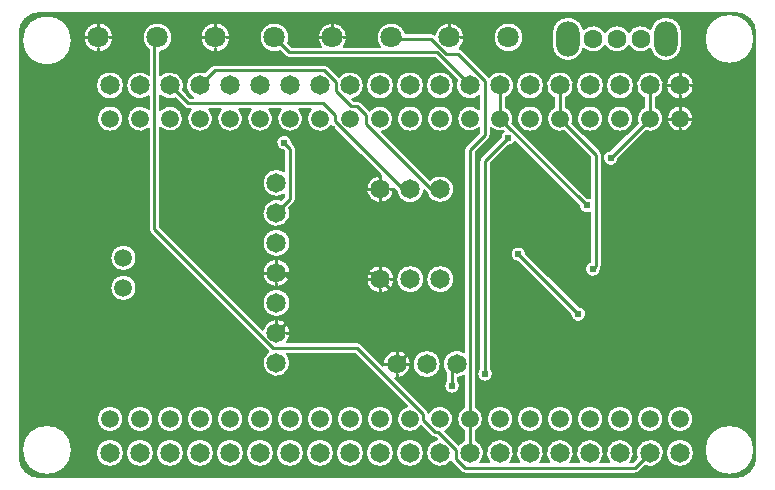
<source format=gtl>
G04 Layer: TopLayer*
G04 EasyEDA Pro v2.2.43.4, 2025-12-31 16:20:31*
G04 Gerber Generator version 0.3*
G04 Scale: 100 percent, Rotated: No, Reflected: No*
G04 Dimensions in millimeters*
G04 Leading zeros omitted, absolute positions, 4 integers and 5 decimals*
G04 Generated by one-click*
%FSLAX45Y45*%
%MOMM*%
%ADD10C,0.2032*%
%ADD11C,0.254*%
%ADD12C,1.65*%
%ADD13C,1.8*%
%ADD14O,2.0X2.99999*%
%ADD15O,1.6017X1.6*%
%ADD16O,1.59995X1.6*%
%ADD17C,1.5*%
%ADD18C,0.61*%
G75*


G04 Copper Start*
G36*
G01X35814Y3724300D02*
G01X37835Y3749984D01*
G01X43850Y3775036D01*
G01X53709Y3798839D01*
G01X67171Y3820806D01*
G01X83903Y3840397D01*
G01X103494Y3857129D01*
G01X125461Y3870591D01*
G01X149264Y3880450D01*
G01X174316Y3886465D01*
G01X200000Y3888486D01*
G01X6100000Y3888486D01*
G01X6125684Y3886465D01*
G01X6150736Y3880450D01*
G01X6174539Y3870591D01*
G01X6196506Y3857129D01*
G01X6216097Y3840397D01*
G01X6232829Y3820806D01*
G01X6246291Y3798839D01*
G01X6256150Y3775036D01*
G01X6262165Y3749984D01*
G01X6264186Y3724300D01*
G01X6264186Y124300D01*
G01X6262165Y98616D01*
G01X6256150Y73564D01*
G01X6246291Y49761D01*
G01X6232829Y27794D01*
G01X6216097Y8203D01*
G01X6196506Y-8529D01*
G01X6174539Y-21991D01*
G01X6150736Y-31850D01*
G01X6125684Y-37864D01*
G01X6100000Y-39886D01*
G01X200000Y-39886D01*
G01X174316Y-37864D01*
G01X149264Y-31850D01*
G01X125461Y-21991D01*
G01X103494Y-8529D01*
G01X83903Y8203D01*
G01X67171Y27794D01*
G01X53709Y49761D01*
G01X43850Y73564D01*
G01X37835Y98616D01*
G01X35814Y124300D01*
G01X35814Y190500D01*
G01X55886Y190500D01*
G01X57850Y161794D01*
G01X63704Y133623D01*
G01X73339Y106512D01*
G01X86577Y80964D01*
G01X103169Y57458D01*
G01X122808Y36430D01*
G01X145128Y18271D01*
G01X169712Y3321D01*
G01X196103Y-8142D01*
G01X223809Y-15905D01*
G01X252314Y-19822D01*
G01X281086Y-19822D01*
G01X309591Y-15905D01*
G01X337297Y-8142D01*
G01X363688Y3321D01*
G01X388272Y18271D01*
G01X410592Y36430D01*
G01X430231Y57458D01*
G01X446823Y80964D01*
G01X460061Y106512D01*
G01X469696Y133623D01*
G01X475550Y161794D01*
G01X475776Y165100D01*
G01X681786Y165100D01*
G01X683801Y143360D01*
G01X689776Y122360D01*
G01X699507Y102816D01*
G01X712665Y85392D01*
G01X728800Y70683D01*
G01X747363Y59190D01*
G01X767722Y51303D01*
G01X789183Y47291D01*
G01X811017Y47291D01*
G01X832478Y51303D01*
G01X852837Y59190D01*
G01X871400Y70683D01*
G01X887535Y85392D01*
G01X900693Y102816D01*
G01X910424Y122360D01*
G01X916399Y143360D01*
G01X918414Y165100D01*
G01X918414Y165100D01*
G01X935786Y165100D01*
G01X937801Y143360D01*
G01X943776Y122360D01*
G01X953507Y102816D01*
G01X966665Y85392D01*
G01X982800Y70683D01*
G01X1001363Y59190D01*
G01X1021722Y51303D01*
G01X1043183Y47291D01*
G01X1065017Y47291D01*
G01X1086478Y51303D01*
G01X1106837Y59190D01*
G01X1125400Y70683D01*
G01X1141535Y85392D01*
G01X1154693Y102816D01*
G01X1164424Y122360D01*
G01X1170399Y143360D01*
G01X1172414Y165100D01*
G01X1172414Y165100D01*
G01X1189786Y165100D01*
G01X1191801Y143360D01*
G01X1197776Y122360D01*
G01X1207507Y102816D01*
G01X1220665Y85392D01*
G01X1236800Y70683D01*
G01X1255363Y59190D01*
G01X1275722Y51303D01*
G01X1297183Y47291D01*
G01X1319017Y47291D01*
G01X1340478Y51303D01*
G01X1360837Y59190D01*
G01X1379400Y70683D01*
G01X1395535Y85392D01*
G01X1408693Y102816D01*
G01X1418424Y122360D01*
G01X1424399Y143360D01*
G01X1426414Y165100D01*
G01X1426414Y165100D01*
G01X1443786Y165100D01*
G01X1445801Y143360D01*
G01X1451776Y122360D01*
G01X1461507Y102816D01*
G01X1474665Y85392D01*
G01X1490800Y70683D01*
G01X1509363Y59190D01*
G01X1529722Y51303D01*
G01X1551183Y47291D01*
G01X1573017Y47291D01*
G01X1594478Y51303D01*
G01X1614837Y59190D01*
G01X1633400Y70683D01*
G01X1649535Y85392D01*
G01X1662693Y102816D01*
G01X1672424Y122360D01*
G01X1678399Y143360D01*
G01X1680414Y165100D01*
G01X1680414Y165100D01*
G01X1697786Y165100D01*
G01X1699801Y143360D01*
G01X1705776Y122360D01*
G01X1715507Y102816D01*
G01X1728665Y85392D01*
G01X1744800Y70683D01*
G01X1763363Y59190D01*
G01X1783722Y51303D01*
G01X1805183Y47291D01*
G01X1827017Y47291D01*
G01X1848478Y51303D01*
G01X1868837Y59190D01*
G01X1887400Y70683D01*
G01X1903535Y85392D01*
G01X1916693Y102816D01*
G01X1926424Y122360D01*
G01X1932399Y143360D01*
G01X1934414Y165100D01*
G01X1934414Y165100D01*
G01X1951786Y165100D01*
G01X1953801Y143360D01*
G01X1959776Y122360D01*
G01X1969507Y102816D01*
G01X1982665Y85392D01*
G01X1998800Y70683D01*
G01X2017363Y59190D01*
G01X2037722Y51303D01*
G01X2059183Y47291D01*
G01X2081017Y47291D01*
G01X2102478Y51303D01*
G01X2122837Y59190D01*
G01X2141400Y70683D01*
G01X2157535Y85392D01*
G01X2170693Y102816D01*
G01X2180424Y122360D01*
G01X2186399Y143360D01*
G01X2188414Y165100D01*
G01X2188414Y165100D01*
G01X2205786Y165100D01*
G01X2207801Y143360D01*
G01X2213776Y122360D01*
G01X2223507Y102816D01*
G01X2236665Y85392D01*
G01X2252800Y70683D01*
G01X2271363Y59190D01*
G01X2291722Y51303D01*
G01X2313183Y47291D01*
G01X2335017Y47291D01*
G01X2356478Y51303D01*
G01X2376837Y59190D01*
G01X2395400Y70683D01*
G01X2411535Y85392D01*
G01X2424693Y102816D01*
G01X2434424Y122360D01*
G01X2440399Y143360D01*
G01X2442414Y165100D01*
G01X2442414Y165100D01*
G01X2459786Y165100D01*
G01X2461801Y143360D01*
G01X2467776Y122360D01*
G01X2477507Y102816D01*
G01X2490665Y85392D01*
G01X2506800Y70683D01*
G01X2525363Y59190D01*
G01X2545722Y51303D01*
G01X2567183Y47291D01*
G01X2589017Y47291D01*
G01X2610478Y51303D01*
G01X2630837Y59190D01*
G01X2649400Y70683D01*
G01X2665535Y85392D01*
G01X2678693Y102816D01*
G01X2688424Y122360D01*
G01X2694399Y143360D01*
G01X2696414Y165100D01*
G01X2696414Y165100D01*
G01X2713786Y165100D01*
G01X2715801Y143360D01*
G01X2721776Y122360D01*
G01X2731507Y102816D01*
G01X2744665Y85392D01*
G01X2760800Y70683D01*
G01X2779363Y59190D01*
G01X2799722Y51303D01*
G01X2821183Y47291D01*
G01X2843017Y47291D01*
G01X2864478Y51303D01*
G01X2884837Y59190D01*
G01X2903400Y70683D01*
G01X2919535Y85392D01*
G01X2932693Y102816D01*
G01X2942424Y122360D01*
G01X2948399Y143360D01*
G01X2950414Y165100D01*
G01X2950414Y165100D01*
G01X2967786Y165100D01*
G01X2969801Y143360D01*
G01X2975776Y122360D01*
G01X2985507Y102816D01*
G01X2998665Y85392D01*
G01X3014800Y70683D01*
G01X3033363Y59190D01*
G01X3053722Y51303D01*
G01X3075183Y47291D01*
G01X3097017Y47291D01*
G01X3118478Y51303D01*
G01X3138837Y59190D01*
G01X3157400Y70683D01*
G01X3173535Y85392D01*
G01X3186693Y102816D01*
G01X3196424Y122360D01*
G01X3202399Y143360D01*
G01X3204414Y165100D01*
G01X3204414Y165100D01*
G01X3221786Y165100D01*
G01X3223801Y143360D01*
G01X3229776Y122360D01*
G01X3239507Y102816D01*
G01X3252665Y85392D01*
G01X3268800Y70683D01*
G01X3287363Y59190D01*
G01X3307722Y51303D01*
G01X3329183Y47291D01*
G01X3351017Y47291D01*
G01X3372478Y51303D01*
G01X3392837Y59190D01*
G01X3411400Y70683D01*
G01X3427535Y85392D01*
G01X3440693Y102816D01*
G01X3450424Y122360D01*
G01X3456399Y143360D01*
G01X3458414Y165100D01*
G01X3456399Y186840D01*
G01X3450424Y207840D01*
G01X3440693Y227384D01*
G01X3427535Y244808D01*
G01X3411400Y259517D01*
G01X3392837Y271010D01*
G01X3372478Y278897D01*
G01X3351017Y282909D01*
G01X3329183Y282909D01*
G01X3307722Y278897D01*
G01X3287363Y271010D01*
G01X3268800Y259517D01*
G01X3252665Y244808D01*
G01X3239507Y227384D01*
G01X3229776Y207840D01*
G01X3223801Y186840D01*
G01X3221786Y165100D01*
G01X3221786Y165100D01*
G01X3204414Y165100D01*
G01X3202399Y186840D01*
G01X3196424Y207840D01*
G01X3186693Y227384D01*
G01X3173535Y244808D01*
G01X3157400Y259517D01*
G01X3138837Y271010D01*
G01X3118478Y278897D01*
G01X3097017Y282909D01*
G01X3075183Y282909D01*
G01X3053722Y278897D01*
G01X3033363Y271010D01*
G01X3014800Y259517D01*
G01X2998665Y244808D01*
G01X2985507Y227384D01*
G01X2975776Y207840D01*
G01X2969801Y186840D01*
G01X2967786Y165100D01*
G01X2967786Y165100D01*
G01X2950414Y165100D01*
G01X2948399Y186840D01*
G01X2942424Y207840D01*
G01X2932693Y227384D01*
G01X2919535Y244808D01*
G01X2903400Y259517D01*
G01X2884837Y271010D01*
G01X2864478Y278897D01*
G01X2843017Y282909D01*
G01X2821183Y282909D01*
G01X2799722Y278897D01*
G01X2779363Y271010D01*
G01X2760800Y259517D01*
G01X2744665Y244808D01*
G01X2731507Y227384D01*
G01X2721776Y207840D01*
G01X2715801Y186840D01*
G01X2713786Y165100D01*
G01X2713786Y165100D01*
G01X2696414Y165100D01*
G01X2694399Y186840D01*
G01X2688424Y207840D01*
G01X2678693Y227384D01*
G01X2665535Y244808D01*
G01X2649400Y259517D01*
G01X2630837Y271010D01*
G01X2610478Y278897D01*
G01X2589017Y282909D01*
G01X2567183Y282909D01*
G01X2545722Y278897D01*
G01X2525363Y271010D01*
G01X2506800Y259517D01*
G01X2490665Y244808D01*
G01X2477507Y227384D01*
G01X2467776Y207840D01*
G01X2461801Y186840D01*
G01X2459786Y165100D01*
G01X2459786Y165100D01*
G01X2442414Y165100D01*
G01X2440399Y186840D01*
G01X2434424Y207840D01*
G01X2424693Y227384D01*
G01X2411535Y244808D01*
G01X2395400Y259517D01*
G01X2376837Y271010D01*
G01X2356478Y278897D01*
G01X2335017Y282909D01*
G01X2313183Y282909D01*
G01X2291722Y278897D01*
G01X2271363Y271010D01*
G01X2252800Y259517D01*
G01X2236665Y244808D01*
G01X2223507Y227384D01*
G01X2213776Y207840D01*
G01X2207801Y186840D01*
G01X2205786Y165100D01*
G01X2205786Y165100D01*
G01X2188414Y165100D01*
G01X2186399Y186840D01*
G01X2180424Y207840D01*
G01X2170693Y227384D01*
G01X2157535Y244808D01*
G01X2141400Y259517D01*
G01X2122837Y271010D01*
G01X2102478Y278897D01*
G01X2081017Y282909D01*
G01X2059183Y282909D01*
G01X2037722Y278897D01*
G01X2017363Y271010D01*
G01X1998800Y259517D01*
G01X1982665Y244808D01*
G01X1969507Y227384D01*
G01X1959776Y207840D01*
G01X1953801Y186840D01*
G01X1951786Y165100D01*
G01X1951786Y165100D01*
G01X1934414Y165100D01*
G01X1932399Y186840D01*
G01X1926424Y207840D01*
G01X1916693Y227384D01*
G01X1903535Y244808D01*
G01X1887400Y259517D01*
G01X1868837Y271010D01*
G01X1848478Y278897D01*
G01X1827017Y282909D01*
G01X1805183Y282909D01*
G01X1783722Y278897D01*
G01X1763363Y271010D01*
G01X1744800Y259517D01*
G01X1728665Y244808D01*
G01X1715507Y227384D01*
G01X1705776Y207840D01*
G01X1699801Y186840D01*
G01X1697786Y165100D01*
G01X1697786Y165100D01*
G01X1680414Y165100D01*
G01X1678399Y186840D01*
G01X1672424Y207840D01*
G01X1662693Y227384D01*
G01X1649535Y244808D01*
G01X1633400Y259517D01*
G01X1614837Y271010D01*
G01X1594478Y278897D01*
G01X1573017Y282909D01*
G01X1551183Y282909D01*
G01X1529722Y278897D01*
G01X1509363Y271010D01*
G01X1490800Y259517D01*
G01X1474665Y244808D01*
G01X1461507Y227384D01*
G01X1451776Y207840D01*
G01X1445801Y186840D01*
G01X1443786Y165100D01*
G01X1443786Y165100D01*
G01X1426414Y165100D01*
G01X1424399Y186840D01*
G01X1418424Y207840D01*
G01X1408693Y227384D01*
G01X1395535Y244808D01*
G01X1379400Y259517D01*
G01X1360837Y271010D01*
G01X1340478Y278897D01*
G01X1319017Y282909D01*
G01X1297183Y282909D01*
G01X1275722Y278897D01*
G01X1255363Y271010D01*
G01X1236800Y259517D01*
G01X1220665Y244808D01*
G01X1207507Y227384D01*
G01X1197776Y207840D01*
G01X1191801Y186840D01*
G01X1189786Y165100D01*
G01X1189786Y165100D01*
G01X1172414Y165100D01*
G01X1170399Y186840D01*
G01X1164424Y207840D01*
G01X1154693Y227384D01*
G01X1141535Y244808D01*
G01X1125400Y259517D01*
G01X1106837Y271010D01*
G01X1086478Y278897D01*
G01X1065017Y282909D01*
G01X1043183Y282909D01*
G01X1021722Y278897D01*
G01X1001363Y271010D01*
G01X982800Y259517D01*
G01X966665Y244808D01*
G01X953507Y227384D01*
G01X943776Y207840D01*
G01X937801Y186840D01*
G01X935786Y165100D01*
G01X935786Y165100D01*
G01X918414Y165100D01*
G01X916399Y186840D01*
G01X910424Y207840D01*
G01X900693Y227384D01*
G01X887535Y244808D01*
G01X871400Y259517D01*
G01X852837Y271010D01*
G01X832478Y278897D01*
G01X811017Y282909D01*
G01X789183Y282909D01*
G01X767722Y278897D01*
G01X747363Y271010D01*
G01X728800Y259517D01*
G01X712665Y244808D01*
G01X699507Y227384D01*
G01X689776Y207840D01*
G01X683801Y186840D01*
G01X681786Y165100D01*
G01X681786Y165100D01*
G01X475776Y165100D01*
G01X477514Y190500D01*
G01X475550Y219206D01*
G01X469696Y247377D01*
G01X460061Y274488D01*
G01X446823Y300036D01*
G01X430231Y323542D01*
G01X410592Y344570D01*
G01X388272Y362729D01*
G01X363688Y377679D01*
G01X337297Y389142D01*
G01X309591Y396905D01*
G01X281086Y400822D01*
G01X252314Y400822D01*
G01X223809Y396905D01*
G01X196103Y389142D01*
G01X169712Y377679D01*
G01X145128Y362729D01*
G01X122808Y344570D01*
G01X103169Y323542D01*
G01X86577Y300036D01*
G01X73339Y274488D01*
G01X63704Y247377D01*
G01X57850Y219206D01*
G01X55886Y190500D01*
G01X55886Y190500D01*
G01X35814Y190500D01*
G01X35814Y462625D01*
G01X690856Y462625D01*
G01X690856Y442176D01*
G01X694613Y422074D01*
G01X702000Y403006D01*
G01X712766Y385620D01*
G01X726542Y370508D01*
G01X742861Y358184D01*
G01X761166Y349069D01*
G01X780835Y343473D01*
G01X801197Y341586D01*
G01X801197Y341586D01*
G01X821559Y343473D01*
G01X841228Y349069D01*
G01X859533Y358184D01*
G01X875852Y370508D01*
G01X889628Y385620D01*
G01X900394Y403006D01*
G01X907781Y422074D01*
G01X911538Y442176D01*
G01X911538Y462625D01*
G01X911538Y462625D01*
G01X944856Y462625D01*
G01X944856Y442176D01*
G01X948613Y422074D01*
G01X956000Y403006D01*
G01X966766Y385620D01*
G01X980542Y370508D01*
G01X996861Y358184D01*
G01X1015166Y349069D01*
G01X1034835Y343473D01*
G01X1055197Y341586D01*
G01X1055197Y341586D01*
G01X1075559Y343473D01*
G01X1095228Y349069D01*
G01X1113533Y358184D01*
G01X1129852Y370508D01*
G01X1143628Y385620D01*
G01X1154394Y403006D01*
G01X1161781Y422074D01*
G01X1165538Y442176D01*
G01X1165538Y462625D01*
G01X1165538Y462625D01*
G01X1198856Y462625D01*
G01X1198856Y442176D01*
G01X1202613Y422074D01*
G01X1210000Y403006D01*
G01X1220766Y385620D01*
G01X1234542Y370508D01*
G01X1250861Y358184D01*
G01X1269166Y349069D01*
G01X1288835Y343473D01*
G01X1309197Y341586D01*
G01X1309197Y341586D01*
G01X1329559Y343473D01*
G01X1349228Y349069D01*
G01X1367533Y358184D01*
G01X1383852Y370508D01*
G01X1397628Y385620D01*
G01X1408394Y403006D01*
G01X1415781Y422074D01*
G01X1419538Y442176D01*
G01X1419538Y462625D01*
G01X1419538Y462625D01*
G01X1452856Y462625D01*
G01X1452856Y442176D01*
G01X1456613Y422074D01*
G01X1464000Y403006D01*
G01X1474766Y385620D01*
G01X1488542Y370508D01*
G01X1504861Y358184D01*
G01X1523166Y349069D01*
G01X1542835Y343473D01*
G01X1563197Y341586D01*
G01X1563197Y341586D01*
G01X1583559Y343473D01*
G01X1603228Y349069D01*
G01X1621533Y358184D01*
G01X1637852Y370508D01*
G01X1651628Y385620D01*
G01X1662394Y403006D01*
G01X1669781Y422074D01*
G01X1673538Y442176D01*
G01X1673538Y462625D01*
G01X1673538Y462625D01*
G01X1706856Y462625D01*
G01X1706856Y442176D01*
G01X1710613Y422074D01*
G01X1718000Y403006D01*
G01X1728766Y385620D01*
G01X1742542Y370508D01*
G01X1758861Y358184D01*
G01X1777166Y349069D01*
G01X1796835Y343473D01*
G01X1817197Y341586D01*
G01X1817197Y341586D01*
G01X1837559Y343473D01*
G01X1857228Y349069D01*
G01X1875533Y358184D01*
G01X1891852Y370508D01*
G01X1905628Y385620D01*
G01X1916394Y403006D01*
G01X1923781Y422074D01*
G01X1927538Y442176D01*
G01X1927538Y462625D01*
G01X1927538Y462625D01*
G01X1960856Y462625D01*
G01X1960856Y442176D01*
G01X1964613Y422074D01*
G01X1972000Y403006D01*
G01X1982766Y385620D01*
G01X1996542Y370508D01*
G01X2012861Y358184D01*
G01X2031166Y349069D01*
G01X2050835Y343473D01*
G01X2071197Y341586D01*
G01X2071197Y341586D01*
G01X2091559Y343473D01*
G01X2111228Y349069D01*
G01X2129533Y358184D01*
G01X2145852Y370508D01*
G01X2159628Y385620D01*
G01X2170394Y403006D01*
G01X2177781Y422074D01*
G01X2181538Y442176D01*
G01X2181538Y462625D01*
G01X2181538Y462625D01*
G01X2214856Y462625D01*
G01X2214856Y442176D01*
G01X2218613Y422074D01*
G01X2226000Y403006D01*
G01X2236766Y385620D01*
G01X2250542Y370508D01*
G01X2266861Y358184D01*
G01X2285166Y349069D01*
G01X2304835Y343473D01*
G01X2325197Y341586D01*
G01X2325197Y341586D01*
G01X2345559Y343473D01*
G01X2365228Y349069D01*
G01X2383533Y358184D01*
G01X2399852Y370508D01*
G01X2413628Y385620D01*
G01X2424394Y403006D01*
G01X2431781Y422074D01*
G01X2435538Y442176D01*
G01X2435538Y462625D01*
G01X2435538Y462625D01*
G01X2468856Y462625D01*
G01X2468856Y442176D01*
G01X2472613Y422074D01*
G01X2480000Y403006D01*
G01X2490766Y385620D01*
G01X2504542Y370508D01*
G01X2520861Y358184D01*
G01X2539166Y349069D01*
G01X2558835Y343473D01*
G01X2579197Y341586D01*
G01X2579197Y341586D01*
G01X2599559Y343473D01*
G01X2619228Y349069D01*
G01X2637533Y358184D01*
G01X2653852Y370508D01*
G01X2667628Y385620D01*
G01X2678394Y403006D01*
G01X2685781Y422074D01*
G01X2689538Y442176D01*
G01X2689538Y462625D01*
G01X2689538Y462625D01*
G01X2722856Y462625D01*
G01X2722856Y442176D01*
G01X2726613Y422074D01*
G01X2734000Y403006D01*
G01X2744766Y385620D01*
G01X2758542Y370508D01*
G01X2774861Y358184D01*
G01X2793166Y349069D01*
G01X2812835Y343473D01*
G01X2833197Y341586D01*
G01X2833197Y341586D01*
G01X2853559Y343473D01*
G01X2873228Y349069D01*
G01X2891533Y358184D01*
G01X2907852Y370508D01*
G01X2921628Y385620D01*
G01X2932394Y403006D01*
G01X2939781Y422074D01*
G01X2943538Y442176D01*
G01X2943538Y462625D01*
G01X2943538Y462625D01*
G01X2976856Y462625D01*
G01X2976856Y442176D01*
G01X2980613Y422074D01*
G01X2988000Y403006D01*
G01X2998766Y385620D01*
G01X3012542Y370508D01*
G01X3028861Y358184D01*
G01X3047166Y349069D01*
G01X3066835Y343473D01*
G01X3087197Y341586D01*
G01X3087197Y341586D01*
G01X3107559Y343473D01*
G01X3127228Y349069D01*
G01X3145533Y358184D01*
G01X3161852Y370508D01*
G01X3175628Y385620D01*
G01X3186394Y403006D01*
G01X3193781Y422074D01*
G01X3197538Y442176D01*
G01X3197538Y462625D01*
G01X3193781Y482726D01*
G01X3186394Y501794D01*
G01X3175628Y519181D01*
G01X3161852Y534293D01*
G01X3145533Y546616D01*
G01X3127228Y555731D01*
G01X3107559Y561327D01*
G01X3087197Y563214D01*
G01X3066835Y561327D01*
G01X3047166Y555731D01*
G01X3028861Y546616D01*
G01X3012542Y534293D01*
G01X2998766Y519181D01*
G01X2988000Y501794D01*
G01X2980613Y482726D01*
G01X2976856Y462625D01*
G01X2943538Y462625D01*
G01X2939781Y482726D01*
G01X2932394Y501794D01*
G01X2921628Y519181D01*
G01X2907852Y534293D01*
G01X2891533Y546616D01*
G01X2873228Y555731D01*
G01X2853559Y561327D01*
G01X2833197Y563214D01*
G01X2812835Y561327D01*
G01X2793166Y555731D01*
G01X2774861Y546616D01*
G01X2758542Y534293D01*
G01X2744766Y519181D01*
G01X2734000Y501794D01*
G01X2726613Y482726D01*
G01X2722856Y462625D01*
G01X2689538Y462625D01*
G01X2685781Y482726D01*
G01X2678394Y501794D01*
G01X2667628Y519181D01*
G01X2653852Y534293D01*
G01X2637533Y546616D01*
G01X2619228Y555731D01*
G01X2599559Y561327D01*
G01X2579197Y563214D01*
G01X2558835Y561327D01*
G01X2539166Y555731D01*
G01X2520861Y546616D01*
G01X2504542Y534293D01*
G01X2490766Y519181D01*
G01X2480000Y501794D01*
G01X2472613Y482726D01*
G01X2468856Y462625D01*
G01X2435538Y462625D01*
G01X2431781Y482726D01*
G01X2424394Y501794D01*
G01X2413628Y519181D01*
G01X2399852Y534293D01*
G01X2383533Y546616D01*
G01X2365228Y555731D01*
G01X2345559Y561327D01*
G01X2325197Y563214D01*
G01X2304835Y561327D01*
G01X2285166Y555731D01*
G01X2266861Y546616D01*
G01X2250542Y534293D01*
G01X2236766Y519181D01*
G01X2226000Y501794D01*
G01X2218613Y482726D01*
G01X2214856Y462625D01*
G01X2181538Y462625D01*
G01X2177781Y482726D01*
G01X2170394Y501794D01*
G01X2159628Y519181D01*
G01X2145852Y534293D01*
G01X2129533Y546616D01*
G01X2111228Y555731D01*
G01X2091559Y561327D01*
G01X2071197Y563214D01*
G01X2050835Y561327D01*
G01X2031166Y555731D01*
G01X2012861Y546616D01*
G01X1996542Y534293D01*
G01X1982766Y519181D01*
G01X1972000Y501794D01*
G01X1964613Y482726D01*
G01X1960856Y462625D01*
G01X1927538Y462625D01*
G01X1923781Y482726D01*
G01X1916394Y501794D01*
G01X1905628Y519181D01*
G01X1891852Y534293D01*
G01X1875533Y546616D01*
G01X1857228Y555731D01*
G01X1837559Y561327D01*
G01X1817197Y563214D01*
G01X1796835Y561327D01*
G01X1777166Y555731D01*
G01X1758861Y546616D01*
G01X1742542Y534293D01*
G01X1728766Y519181D01*
G01X1718000Y501794D01*
G01X1710613Y482726D01*
G01X1706856Y462625D01*
G01X1673538Y462625D01*
G01X1669781Y482726D01*
G01X1662394Y501794D01*
G01X1651628Y519181D01*
G01X1637852Y534293D01*
G01X1621533Y546616D01*
G01X1603228Y555731D01*
G01X1583559Y561327D01*
G01X1563197Y563214D01*
G01X1542835Y561327D01*
G01X1523166Y555731D01*
G01X1504861Y546616D01*
G01X1488542Y534293D01*
G01X1474766Y519181D01*
G01X1464000Y501794D01*
G01X1456613Y482726D01*
G01X1452856Y462625D01*
G01X1419538Y462625D01*
G01X1415781Y482726D01*
G01X1408394Y501794D01*
G01X1397628Y519181D01*
G01X1383852Y534293D01*
G01X1367533Y546616D01*
G01X1349228Y555731D01*
G01X1329559Y561327D01*
G01X1309197Y563214D01*
G01X1288835Y561327D01*
G01X1269166Y555731D01*
G01X1250861Y546616D01*
G01X1234542Y534293D01*
G01X1220766Y519181D01*
G01X1210000Y501794D01*
G01X1202613Y482726D01*
G01X1198856Y462625D01*
G01X1165538Y462625D01*
G01X1161781Y482726D01*
G01X1154394Y501794D01*
G01X1143628Y519181D01*
G01X1129852Y534293D01*
G01X1113533Y546616D01*
G01X1095228Y555731D01*
G01X1075559Y561327D01*
G01X1055197Y563214D01*
G01X1034835Y561327D01*
G01X1015166Y555731D01*
G01X996861Y546616D01*
G01X980542Y534293D01*
G01X966766Y519181D01*
G01X956000Y501794D01*
G01X948613Y482726D01*
G01X944856Y462625D01*
G01X911538Y462625D01*
G01X907781Y482726D01*
G01X900394Y501794D01*
G01X889628Y519181D01*
G01X875852Y534293D01*
G01X859533Y546616D01*
G01X841228Y555731D01*
G01X821559Y561327D01*
G01X801197Y563214D01*
G01X780835Y561327D01*
G01X761166Y555731D01*
G01X742861Y546616D01*
G01X726542Y534293D01*
G01X712766Y519181D01*
G01X702000Y501794D01*
G01X694613Y482726D01*
G01X690856Y462625D01*
G01X35814Y462625D01*
G01X35814Y1572325D01*
G01X804059Y1572325D01*
G01X804059Y1551875D01*
G01X807816Y1531774D01*
G01X815203Y1512706D01*
G01X825969Y1495320D01*
G01X839745Y1480207D01*
G01X856064Y1467884D01*
G01X874369Y1458769D01*
G01X894038Y1453173D01*
G01X914400Y1451286D01*
G01X934762Y1453173D01*
G01X954431Y1458769D01*
G01X972736Y1467884D01*
G01X989055Y1480207D01*
G01X1002831Y1495320D01*
G01X1013597Y1512706D01*
G01X1020984Y1531774D01*
G01X1024741Y1551875D01*
G01X1024741Y1572325D01*
G01X1020984Y1592426D01*
G01X1013597Y1611494D01*
G01X1002831Y1628880D01*
G01X989055Y1643993D01*
G01X972736Y1656316D01*
G01X954431Y1665431D01*
G01X934762Y1671027D01*
G01X914400Y1672914D01*
G01X914400Y1672914D01*
G01X894038Y1671027D01*
G01X874369Y1665431D01*
G01X856064Y1656316D01*
G01X839745Y1643993D01*
G01X825969Y1628880D01*
G01X815203Y1611494D01*
G01X807816Y1592426D01*
G01X804059Y1572325D01*
G01X35814Y1572325D01*
G01X35814Y1826325D01*
G01X804059Y1826325D01*
G01X804059Y1805875D01*
G01X807816Y1785774D01*
G01X815203Y1766706D01*
G01X825969Y1749320D01*
G01X839745Y1734207D01*
G01X856064Y1721884D01*
G01X874369Y1712769D01*
G01X894038Y1707173D01*
G01X914400Y1705286D01*
G01X934762Y1707173D01*
G01X954431Y1712769D01*
G01X972736Y1721884D01*
G01X989055Y1734207D01*
G01X1002831Y1749320D01*
G01X1013597Y1766706D01*
G01X1020984Y1785774D01*
G01X1024741Y1805875D01*
G01X1024741Y1826325D01*
G01X1020984Y1846426D01*
G01X1013597Y1865494D01*
G01X1002831Y1882880D01*
G01X989055Y1897993D01*
G01X972736Y1910316D01*
G01X954431Y1919431D01*
G01X934762Y1925027D01*
G01X914400Y1926914D01*
G01X914400Y1926914D01*
G01X894038Y1925027D01*
G01X874369Y1919431D01*
G01X856064Y1910316D01*
G01X839745Y1897993D01*
G01X825969Y1882880D01*
G01X815203Y1865494D01*
G01X807816Y1846426D01*
G01X804059Y1826325D01*
G01X35814Y1826325D01*
G01X35814Y3005165D01*
G01X690856Y3005165D01*
G01X690856Y2984715D01*
G01X694613Y2964614D01*
G01X702000Y2945546D01*
G01X712766Y2928160D01*
G01X726542Y2913047D01*
G01X742861Y2900724D01*
G01X761166Y2891609D01*
G01X780835Y2886013D01*
G01X801197Y2884126D01*
G01X801197Y2884126D01*
G01X821559Y2886013D01*
G01X841228Y2891609D01*
G01X859533Y2900724D01*
G01X875852Y2913047D01*
G01X889628Y2928160D01*
G01X900394Y2945546D01*
G01X907781Y2964614D01*
G01X911538Y2984715D01*
G01X911538Y3005165D01*
G01X907781Y3025266D01*
G01X900394Y3044334D01*
G01X889628Y3061720D01*
G01X875852Y3076832D01*
G01X859533Y3089156D01*
G01X841228Y3098271D01*
G01X821559Y3103867D01*
G01X801197Y3105754D01*
G01X780835Y3103867D01*
G01X761166Y3098271D01*
G01X742861Y3089156D01*
G01X726542Y3076832D01*
G01X712766Y3061720D01*
G01X702000Y3044334D01*
G01X694613Y3025266D01*
G01X690856Y3005165D01*
G01X35814Y3005165D01*
G01X35814Y3276600D01*
G01X681786Y3276600D01*
G01X683801Y3254860D01*
G01X689776Y3233860D01*
G01X699507Y3214316D01*
G01X712665Y3196892D01*
G01X728800Y3182183D01*
G01X747363Y3170690D01*
G01X767722Y3162803D01*
G01X789183Y3158791D01*
G01X811017Y3158791D01*
G01X832478Y3162803D01*
G01X852837Y3170690D01*
G01X871400Y3182183D01*
G01X887535Y3196892D01*
G01X900693Y3214316D01*
G01X910424Y3233860D01*
G01X916399Y3254860D01*
G01X918414Y3276600D01*
G01X918414Y3276600D01*
G01X935786Y3276600D01*
G01X937556Y3256209D01*
G01X942815Y3236428D01*
G01X951404Y3217849D01*
G01X963066Y3201029D01*
G01X977453Y3186470D01*
G01X994134Y3174608D01*
G01X1012609Y3165800D01*
G01X1032327Y3160307D01*
G01X1052695Y3158294D01*
G01X1073106Y3159823D01*
G01X1092948Y3164846D01*
G01X1111628Y3173214D01*
G01X1128586Y3184676D01*
G01X1128586Y3077969D01*
G01X1111468Y3090404D01*
G01X1092298Y3099358D01*
G01X1071777Y3104507D01*
G01X1050651Y3105661D01*
G01X1029690Y3102778D01*
G01X1009660Y3095965D01*
G01X991289Y3085469D01*
G01X975248Y3071673D01*
G01X962122Y3055080D01*
G01X952389Y3036294D01*
G01X946403Y3016001D01*
G01X944383Y2994940D01*
G01X946403Y2973879D01*
G01X952389Y2953586D01*
G01X962122Y2934800D01*
G01X975248Y2918207D01*
G01X991289Y2904411D01*
G01X1009660Y2893915D01*
G01X1029690Y2887101D01*
G01X1050651Y2884219D01*
G01X1071777Y2885373D01*
G01X1092298Y2890521D01*
G01X1111468Y2899476D01*
G01X1128586Y2911911D01*
G01X1128586Y2057400D01*
G01X1130239Y2044844D01*
G01X1135085Y2033143D01*
G01X1142795Y2023095D01*
G01X2141900Y1023990D01*
G01X2141900Y1023990D01*
G01X2126287Y1010908D01*
G01X2113150Y995342D01*
G01X2102877Y977753D01*
G01X2095774Y958663D01*
G01X2092050Y938638D01*
G01X2091816Y918270D01*
G01X2095079Y898164D01*
G01X2101742Y878916D01*
G01X2111608Y861096D01*
G01X2124384Y845232D01*
G01X2139692Y831795D01*
G01X2157078Y821182D01*
G01X2176026Y813709D01*
G01X2195976Y809596D01*
G01X2216335Y808967D01*
G01X2236500Y811838D01*
G01X2255874Y818126D01*
G01X2273883Y827644D01*
G01X2289992Y840109D01*
G01X2303724Y855153D01*
G01X2314673Y872329D01*
G01X2322513Y891129D01*
G01X2327013Y910994D01*
G01X2328038Y931337D01*
G01X2325559Y951555D01*
G01X2319649Y971047D01*
G01X2310483Y989238D01*
G01X2298333Y1005586D01*
G01X2871504Y1005586D01*
G01X3316633Y560457D01*
G01X3297899Y554405D01*
G01X3280532Y545134D01*
G01X3265080Y532935D01*
G01X3252030Y518195D01*
G01X3241794Y501378D01*
G01X3234696Y483016D01*
G01X3230959Y463687D01*
G01X3230702Y444001D01*
G01X3233932Y424581D01*
G01X3240547Y406039D01*
G01X3250339Y388960D01*
G01X3262999Y373884D01*
G01X3278127Y361285D01*
G01X3295246Y351562D01*
G01X3313815Y345023D01*
G01X3333248Y341872D01*
G01X3352932Y342209D01*
G01X3372246Y346025D01*
G01X3390579Y353198D01*
G01X3407354Y363502D01*
G01X3422042Y376612D01*
G01X3434177Y392113D01*
G01X3517695Y308595D01*
G01X3527743Y300886D01*
G01X3539443Y296039D01*
G01X3552000Y294386D01*
G01X3557304Y294386D01*
G01X3570628Y281062D01*
G01X3550830Y275218D01*
G01X3532350Y266021D01*
G01X3515749Y253753D01*
G01X3501533Y238785D01*
G01X3490135Y221575D01*
G01X3481901Y202646D01*
G01X3477083Y182573D01*
G01X3475827Y161969D01*
G01X3478172Y141460D01*
G01X3484045Y121671D01*
G01X3493268Y103204D01*
G01X3505561Y86621D01*
G01X3520549Y72426D01*
G01X3537776Y61053D01*
G01X3556717Y52847D01*
G01X3576796Y48058D01*
G01X3597402Y46832D01*
G01X3617908Y49206D01*
G01X3637688Y55108D01*
G01X3656142Y64358D01*
G01X3672708Y76675D01*
G01X3686880Y91683D01*
G01X3690748Y85515D01*
G01X3695495Y79995D01*
G01X3771695Y3795D01*
G01X3781743Y-3914D01*
G01X3793443Y-8761D01*
G01X3806000Y-10414D01*
G01X5245100Y-10414D01*
G01X5257656Y-8761D01*
G01X5269357Y-3914D01*
G01X5279405Y3795D01*
G01X5330101Y54491D01*
G01X5350729Y48732D01*
G01X5372059Y46786D01*
G01X5393389Y48717D01*
G01X5414022Y54462D01*
G01X5433281Y63833D01*
G01X5450535Y76522D01*
G01X5465219Y92113D01*
G01X5476851Y110097D01*
G01X5485051Y129883D01*
G01X5489549Y150823D01*
G01X5489983Y165100D01*
G01X5507786Y165100D01*
G01X5509801Y143360D01*
G01X5515776Y122360D01*
G01X5525507Y102816D01*
G01X5538665Y85392D01*
G01X5554800Y70683D01*
G01X5573363Y59190D01*
G01X5593722Y51303D01*
G01X5615183Y47291D01*
G01X5637017Y47291D01*
G01X5658478Y51303D01*
G01X5678837Y59190D01*
G01X5697400Y70683D01*
G01X5713535Y85392D01*
G01X5726693Y102816D01*
G01X5736424Y122360D01*
G01X5742399Y143360D01*
G01X5744414Y165100D01*
G01X5742399Y186840D01*
G01X5741358Y190500D01*
G01X5834386Y190500D01*
G01X5836350Y161794D01*
G01X5842204Y133623D01*
G01X5851839Y106512D01*
G01X5865077Y80964D01*
G01X5881669Y57458D01*
G01X5901308Y36430D01*
G01X5923628Y18271D01*
G01X5948212Y3321D01*
G01X5974603Y-8142D01*
G01X6002309Y-15905D01*
G01X6030814Y-19822D01*
G01X6059586Y-19822D01*
G01X6088091Y-15905D01*
G01X6115797Y-8142D01*
G01X6142188Y3321D01*
G01X6166772Y18271D01*
G01X6189092Y36430D01*
G01X6208731Y57458D01*
G01X6225323Y80964D01*
G01X6238561Y106512D01*
G01X6248196Y133623D01*
G01X6254050Y161794D01*
G01X6256014Y190500D01*
G01X6254050Y219206D01*
G01X6248196Y247377D01*
G01X6238561Y274488D01*
G01X6225323Y300036D01*
G01X6208731Y323542D01*
G01X6189092Y344570D01*
G01X6166772Y362729D01*
G01X6142188Y377679D01*
G01X6115797Y389142D01*
G01X6088091Y396905D01*
G01X6059586Y400822D01*
G01X6030814Y400822D01*
G01X6002309Y396905D01*
G01X5974603Y389142D01*
G01X5948212Y377679D01*
G01X5923628Y362729D01*
G01X5901308Y344570D01*
G01X5881669Y323542D01*
G01X5865077Y300036D01*
G01X5851839Y274488D01*
G01X5842204Y247377D01*
G01X5836350Y219206D01*
G01X5834386Y190500D01*
G01X5834386Y190500D01*
G01X5741358Y190500D01*
G01X5736424Y207840D01*
G01X5726693Y227384D01*
G01X5713535Y244808D01*
G01X5697400Y259517D01*
G01X5678837Y271010D01*
G01X5658478Y278897D01*
G01X5637017Y282909D01*
G01X5615183Y282909D01*
G01X5593722Y278897D01*
G01X5573363Y271010D01*
G01X5554800Y259517D01*
G01X5538665Y244808D01*
G01X5525507Y227384D01*
G01X5515776Y207840D01*
G01X5509801Y186840D01*
G01X5507786Y165100D01*
G01X5507786Y165100D01*
G01X5489983Y165100D01*
G01X5490199Y172231D01*
G01X5486978Y193405D01*
G01X5479993Y213652D01*
G01X5469472Y232307D01*
G01X5455761Y248761D01*
G01X5439307Y262472D01*
G01X5420652Y272993D01*
G01X5400405Y279978D01*
G01X5379231Y283199D01*
G01X5357823Y282549D01*
G01X5336883Y278051D01*
G01X5317097Y269851D01*
G01X5299113Y258219D01*
G01X5283522Y243535D01*
G01X5270833Y226281D01*
G01X5261462Y207022D01*
G01X5255717Y186389D01*
G01X5253786Y165059D01*
G01X5255732Y143729D01*
G01X5261491Y123101D01*
G01X5225005Y86614D01*
G01X5206633Y86614D01*
G01X5219046Y103391D01*
G01X5228319Y122088D01*
G01X5234161Y142123D01*
G01X5236393Y162874D01*
G01X5234944Y183693D01*
G01X5229859Y203934D01*
G01X5221297Y222967D01*
G01X5209524Y240199D01*
G01X5194906Y255095D01*
G01X5177899Y267190D01*
G01X5159030Y276109D01*
G01X5138889Y281573D01*
G01X5118100Y283414D01*
G01X5097311Y281573D01*
G01X5077170Y276109D01*
G01X5058301Y267190D01*
G01X5041294Y255095D01*
G01X5026676Y240199D01*
G01X5014903Y222967D01*
G01X5006341Y203934D01*
G01X5001256Y183693D01*
G01X4999807Y162874D01*
G01X5002039Y142123D01*
G01X5007881Y122088D01*
G01X5017154Y103391D01*
G01X5029567Y86614D01*
G01X4952633Y86614D01*
G01X4965046Y103391D01*
G01X4974319Y122088D01*
G01X4980161Y142123D01*
G01X4982393Y162874D01*
G01X4980944Y183693D01*
G01X4975859Y203934D01*
G01X4967297Y222967D01*
G01X4955524Y240199D01*
G01X4940906Y255095D01*
G01X4923899Y267190D01*
G01X4905030Y276109D01*
G01X4884889Y281573D01*
G01X4864100Y283414D01*
G01X4843311Y281573D01*
G01X4823170Y276109D01*
G01X4804301Y267190D01*
G01X4787294Y255095D01*
G01X4772676Y240199D01*
G01X4760903Y222967D01*
G01X4752341Y203934D01*
G01X4747256Y183693D01*
G01X4745807Y162874D01*
G01X4748039Y142123D01*
G01X4753881Y122088D01*
G01X4763154Y103391D01*
G01X4775567Y86614D01*
G01X4698633Y86614D01*
G01X4711046Y103391D01*
G01X4720319Y122088D01*
G01X4726161Y142123D01*
G01X4728393Y162874D01*
G01X4726944Y183693D01*
G01X4721859Y203934D01*
G01X4713297Y222967D01*
G01X4701524Y240199D01*
G01X4686906Y255095D01*
G01X4669899Y267190D01*
G01X4651030Y276109D01*
G01X4630889Y281573D01*
G01X4610100Y283414D01*
G01X4589311Y281573D01*
G01X4569170Y276109D01*
G01X4550301Y267190D01*
G01X4533294Y255095D01*
G01X4518676Y240199D01*
G01X4506903Y222967D01*
G01X4498341Y203934D01*
G01X4493256Y183693D01*
G01X4491807Y162874D01*
G01X4494039Y142123D01*
G01X4499881Y122088D01*
G01X4509154Y103391D01*
G01X4521567Y86614D01*
G01X4444633Y86614D01*
G01X4457046Y103391D01*
G01X4466319Y122088D01*
G01X4472161Y142123D01*
G01X4474393Y162874D01*
G01X4472944Y183693D01*
G01X4467859Y203934D01*
G01X4459297Y222967D01*
G01X4447524Y240199D01*
G01X4432906Y255095D01*
G01X4415899Y267190D01*
G01X4397030Y276109D01*
G01X4376889Y281573D01*
G01X4356100Y283414D01*
G01X4335311Y281573D01*
G01X4315170Y276109D01*
G01X4296301Y267190D01*
G01X4279294Y255095D01*
G01X4264676Y240199D01*
G01X4252903Y222967D01*
G01X4244341Y203934D01*
G01X4239256Y183693D01*
G01X4237807Y162874D01*
G01X4240039Y142123D01*
G01X4245881Y122088D01*
G01X4255154Y103391D01*
G01X4267567Y86614D01*
G01X4190633Y86614D01*
G01X4203046Y103391D01*
G01X4212319Y122088D01*
G01X4218161Y142123D01*
G01X4220393Y162874D01*
G01X4218944Y183693D01*
G01X4213859Y203934D01*
G01X4205297Y222967D01*
G01X4193524Y240199D01*
G01X4178906Y255095D01*
G01X4161899Y267190D01*
G01X4143030Y276109D01*
G01X4122889Y281573D01*
G01X4102100Y283414D01*
G01X4081311Y281573D01*
G01X4061170Y276109D01*
G01X4042301Y267190D01*
G01X4025294Y255095D01*
G01X4010676Y240199D01*
G01X3998903Y222967D01*
G01X3990341Y203934D01*
G01X3985256Y183693D01*
G01X3983807Y162874D01*
G01X3986039Y142123D01*
G01X3991881Y122088D01*
G01X4001154Y103391D01*
G01X4013567Y86614D01*
G01X3936633Y86614D01*
G01X3947761Y101336D01*
G01X3956464Y117609D01*
G01X3962531Y135037D01*
G01X3965814Y153197D01*
G01X3966233Y171646D01*
G01X3963778Y189936D01*
G01X3958509Y207622D01*
G01X3950554Y224273D01*
G01X3940106Y239485D01*
G01X3927420Y252887D01*
G01X3912804Y264153D01*
G01X3896614Y273010D01*
G01X3896614Y352243D01*
G01X3914507Y362877D01*
G01X3930095Y376669D01*
G01X3942830Y393133D01*
G01X3952261Y411687D01*
G01X3958056Y431678D01*
G01X3960011Y452400D01*
G01X3959047Y462625D01*
G01X3992856Y462625D01*
G01X3992856Y442176D01*
G01X3996614Y422074D01*
G01X4004001Y403006D01*
G01X4014766Y385620D01*
G01X4028542Y370508D01*
G01X4044861Y358184D01*
G01X4063167Y349069D01*
G01X4082835Y343473D01*
G01X4103197Y341586D01*
G01X4103197Y341586D01*
G01X4123559Y343473D01*
G01X4143228Y349069D01*
G01X4161533Y358184D01*
G01X4177852Y370508D01*
G01X4191629Y385620D01*
G01X4202394Y403006D01*
G01X4209781Y422074D01*
G01X4213539Y442176D01*
G01X4213539Y462625D01*
G01X4213539Y462625D01*
G01X4246856Y462625D01*
G01X4246856Y442176D01*
G01X4250613Y422074D01*
G01X4258000Y403006D01*
G01X4268766Y385620D01*
G01X4282542Y370508D01*
G01X4298861Y358184D01*
G01X4317166Y349069D01*
G01X4336835Y343473D01*
G01X4357197Y341586D01*
G01X4357197Y341586D01*
G01X4377559Y343473D01*
G01X4397228Y349069D01*
G01X4415533Y358184D01*
G01X4431852Y370508D01*
G01X4445628Y385620D01*
G01X4456394Y403006D01*
G01X4463781Y422074D01*
G01X4467538Y442176D01*
G01X4467538Y462625D01*
G01X4467538Y462625D01*
G01X4500856Y462625D01*
G01X4500856Y442176D01*
G01X4504613Y422074D01*
G01X4512000Y403006D01*
G01X4522766Y385620D01*
G01X4536542Y370508D01*
G01X4552861Y358184D01*
G01X4571166Y349069D01*
G01X4590835Y343473D01*
G01X4611197Y341586D01*
G01X4611197Y341586D01*
G01X4631559Y343473D01*
G01X4651228Y349069D01*
G01X4669533Y358184D01*
G01X4685852Y370508D01*
G01X4699628Y385620D01*
G01X4710394Y403006D01*
G01X4717781Y422074D01*
G01X4721538Y442176D01*
G01X4721538Y462625D01*
G01X4754856Y462625D01*
G01X4754856Y442175D01*
G01X4758613Y422074D01*
G01X4766000Y403006D01*
G01X4776766Y385620D01*
G01X4790542Y370507D01*
G01X4806861Y358184D01*
G01X4825166Y349069D01*
G01X4844835Y343473D01*
G01X4865197Y341586D01*
G01X4865197Y341586D01*
G01X4885559Y343473D01*
G01X4905228Y349069D01*
G01X4923533Y358184D01*
G01X4939852Y370507D01*
G01X4953628Y385620D01*
G01X4964394Y403006D01*
G01X4971781Y422074D01*
G01X4975538Y442175D01*
G01X4975538Y462625D01*
G01X4975538Y462625D01*
G01X5008856Y462625D01*
G01X5008856Y442175D01*
G01X5012614Y422074D01*
G01X5020001Y403006D01*
G01X5030766Y385620D01*
G01X5044542Y370507D01*
G01X5060861Y358184D01*
G01X5079167Y349069D01*
G01X5098835Y343473D01*
G01X5119197Y341586D01*
G01X5119197Y341586D01*
G01X5139559Y343473D01*
G01X5159228Y349069D01*
G01X5177533Y358184D01*
G01X5193852Y370507D01*
G01X5207629Y385620D01*
G01X5218394Y403006D01*
G01X5225781Y422074D01*
G01X5229539Y442175D01*
G01X5229539Y462625D01*
G01X5229539Y462625D01*
G01X5262856Y462625D01*
G01X5262856Y442175D01*
G01X5266614Y422074D01*
G01X5274001Y403006D01*
G01X5284766Y385620D01*
G01X5298542Y370507D01*
G01X5314861Y358184D01*
G01X5333167Y349069D01*
G01X5352835Y343473D01*
G01X5373197Y341586D01*
G01X5373197Y341586D01*
G01X5393559Y343473D01*
G01X5413228Y349069D01*
G01X5431533Y358184D01*
G01X5447852Y370507D01*
G01X5461629Y385620D01*
G01X5472394Y403006D01*
G01X5479781Y422074D01*
G01X5483539Y442175D01*
G01X5483539Y462625D01*
G01X5483539Y462625D01*
G01X5516856Y462625D01*
G01X5516856Y442175D01*
G01X5520614Y422074D01*
G01X5528001Y403006D01*
G01X5538766Y385620D01*
G01X5552542Y370507D01*
G01X5568861Y358184D01*
G01X5587167Y349069D01*
G01X5606835Y343473D01*
G01X5627197Y341586D01*
G01X5627197Y341586D01*
G01X5647559Y343473D01*
G01X5667228Y349069D01*
G01X5685533Y358184D01*
G01X5701852Y370507D01*
G01X5715629Y385620D01*
G01X5726394Y403006D01*
G01X5733781Y422074D01*
G01X5737539Y442175D01*
G01X5737539Y462625D01*
G01X5733781Y482726D01*
G01X5726394Y501794D01*
G01X5715629Y519180D01*
G01X5701852Y534292D01*
G01X5685533Y546616D01*
G01X5667228Y555731D01*
G01X5647559Y561327D01*
G01X5627197Y563214D01*
G01X5606835Y561327D01*
G01X5587167Y555731D01*
G01X5568861Y546616D01*
G01X5552542Y534292D01*
G01X5538766Y519180D01*
G01X5528001Y501794D01*
G01X5520614Y482726D01*
G01X5516856Y462625D01*
G01X5483539Y462625D01*
G01X5479781Y482726D01*
G01X5472394Y501794D01*
G01X5461629Y519180D01*
G01X5447852Y534292D01*
G01X5431533Y546616D01*
G01X5413228Y555731D01*
G01X5393559Y561327D01*
G01X5373197Y563214D01*
G01X5352835Y561327D01*
G01X5333167Y555731D01*
G01X5314861Y546616D01*
G01X5298542Y534292D01*
G01X5284766Y519180D01*
G01X5274001Y501794D01*
G01X5266614Y482726D01*
G01X5262856Y462625D01*
G01X5229539Y462625D01*
G01X5225781Y482726D01*
G01X5218394Y501794D01*
G01X5207629Y519180D01*
G01X5193852Y534292D01*
G01X5177533Y546616D01*
G01X5159228Y555731D01*
G01X5139559Y561327D01*
G01X5119197Y563214D01*
G01X5098835Y561327D01*
G01X5079167Y555731D01*
G01X5060861Y546616D01*
G01X5044542Y534292D01*
G01X5030766Y519180D01*
G01X5020001Y501794D01*
G01X5012614Y482726D01*
G01X5008856Y462625D01*
G01X4975538Y462625D01*
G01X4971781Y482726D01*
G01X4964394Y501794D01*
G01X4953628Y519180D01*
G01X4939852Y534292D01*
G01X4923533Y546616D01*
G01X4905228Y555731D01*
G01X4885559Y561327D01*
G01X4865197Y563214D01*
G01X4844835Y561327D01*
G01X4825166Y555731D01*
G01X4806861Y546616D01*
G01X4790542Y534292D01*
G01X4776766Y519180D01*
G01X4766000Y501794D01*
G01X4758613Y482726D01*
G01X4754856Y462625D01*
G01X4721538Y462625D01*
G01X4721538Y462625D01*
G01X4717781Y482726D01*
G01X4710394Y501794D01*
G01X4699628Y519181D01*
G01X4685852Y534293D01*
G01X4669533Y546616D01*
G01X4651228Y555731D01*
G01X4631559Y561327D01*
G01X4611197Y563214D01*
G01X4590835Y561327D01*
G01X4571166Y555731D01*
G01X4552861Y546616D01*
G01X4536542Y534293D01*
G01X4522766Y519181D01*
G01X4512000Y501794D01*
G01X4504613Y482726D01*
G01X4500856Y462625D01*
G01X4467538Y462625D01*
G01X4463781Y482726D01*
G01X4456394Y501794D01*
G01X4445628Y519181D01*
G01X4431852Y534293D01*
G01X4415533Y546616D01*
G01X4397228Y555731D01*
G01X4377559Y561327D01*
G01X4357197Y563214D01*
G01X4336835Y561327D01*
G01X4317166Y555731D01*
G01X4298861Y546616D01*
G01X4282542Y534293D01*
G01X4268766Y519181D01*
G01X4258000Y501794D01*
G01X4250613Y482726D01*
G01X4246856Y462625D01*
G01X4213539Y462625D01*
G01X4209781Y482726D01*
G01X4202394Y501794D01*
G01X4191629Y519181D01*
G01X4177852Y534293D01*
G01X4161533Y546616D01*
G01X4143228Y555731D01*
G01X4123559Y561327D01*
G01X4103197Y563214D01*
G01X4082835Y561327D01*
G01X4063167Y555731D01*
G01X4044861Y546616D01*
G01X4028542Y534293D01*
G01X4014766Y519181D01*
G01X4004001Y501794D01*
G01X3996614Y482726D01*
G01X3992856Y462625D01*
G01X3959047Y462625D01*
G01X3958056Y473122D01*
G01X3952261Y493113D01*
G01X3942830Y511668D01*
G01X3930095Y528131D01*
G01X3914507Y541923D01*
G01X3896614Y552557D01*
G01X3896614Y2710405D01*
G01X4009405Y2823195D01*
G01X4017114Y2833243D01*
G01X4021961Y2844944D01*
G01X4023614Y2857500D01*
G01X4023614Y2917828D01*
G01X4039051Y2904580D01*
G01X4056649Y2894377D01*
G01X4075816Y2887562D01*
G01X4095905Y2884366D01*
G01X4116240Y2884896D01*
G01X4136136Y2889134D01*
G01X4124751Y2878977D01*
G01X4115990Y2866486D01*
G01X4110315Y2852324D01*
G01X4108027Y2837239D01*
G01X3941892Y2671105D01*
G01X3934183Y2661057D01*
G01X3929336Y2649357D01*
G01X3927683Y2636800D01*
G01X3927683Y878610D01*
G01X3918585Y866239D01*
G01X3912576Y852107D01*
G01X3909979Y836971D01*
G01X3910933Y821644D01*
G01X3915387Y806947D01*
G01X3923103Y793669D01*
G01X3933665Y782522D01*
G01X3946508Y774103D01*
G01X3960944Y768864D01*
G01X3976197Y767086D01*
G01X3991450Y768864D01*
G01X4005886Y774103D01*
G01X4018729Y782522D01*
G01X4029292Y793669D01*
G01X4037007Y806947D01*
G01X4041461Y821644D01*
G01X4042415Y836971D01*
G01X4039818Y852107D01*
G01X4033809Y866239D01*
G01X4024711Y878610D01*
G01X4024711Y1854450D01*
G01X4191319Y1854450D01*
G01X4191733Y1839099D01*
G01X4195666Y1824255D01*
G01X4202909Y1810713D01*
G01X4213072Y1799200D01*
G01X4225611Y1790334D01*
G01X4239853Y1784590D01*
G01X4255034Y1782276D01*
G01X4699097Y1338212D01*
G01X4701412Y1323031D01*
G01X4707156Y1308789D01*
G01X4716022Y1296250D01*
G01X4727535Y1286087D01*
G01X4741076Y1278845D01*
G01X4755921Y1274911D01*
G01X4771272Y1274498D01*
G01X4786306Y1277626D01*
G01X4800218Y1284129D01*
G01X4812261Y1293657D01*
G01X4821790Y1305700D01*
G01X4828293Y1319612D01*
G01X4831421Y1334647D01*
G01X4831008Y1349998D01*
G01X4827074Y1364842D01*
G01X4819831Y1378384D01*
G01X4809668Y1389897D01*
G01X4797130Y1398763D01*
G01X4782888Y1404507D01*
G01X4767706Y1406821D01*
G01X4323643Y1850885D01*
G01X4323643Y1850885D01*
G01X4321329Y1866066D01*
G01X4315584Y1880308D01*
G01X4306718Y1892847D01*
G01X4295206Y1903010D01*
G01X4281664Y1910252D01*
G01X4266820Y1914186D01*
G01X4251469Y1914599D01*
G01X4236434Y1911471D01*
G01X4222522Y1904968D01*
G01X4210479Y1895440D01*
G01X4200951Y1883397D01*
G01X4194448Y1869485D01*
G01X4191319Y1854450D01*
G01X4024711Y1854450D01*
G01X4024711Y2616705D01*
G01X4176636Y2768630D01*
G01X4192460Y2771124D01*
G01X4207224Y2777339D01*
G01X4220067Y2786914D01*
G01X4230239Y2799289D01*
G01X4771233Y2258295D01*
G01X4773823Y2242139D01*
G01X4780289Y2227109D01*
G01X4790239Y2214119D01*
G01X4803066Y2203962D01*
G01X4817990Y2197254D01*
G01X4834102Y2194404D01*
G01X4850421Y2195587D01*
G01X4865954Y2200729D01*
G01X4865954Y1783704D01*
G01X4851762Y1776374D01*
G01X4839735Y1765863D01*
G01X4830570Y1752781D01*
G01X4824799Y1737888D01*
G01X4822756Y1722046D01*
G01X4824561Y1706175D01*
G01X4830108Y1691196D01*
G01X4839076Y1677979D01*
G01X4850944Y1667289D01*
G01X4865025Y1659747D01*
G01X4880500Y1655790D01*
G01X4896472Y1655649D01*
G01X4912015Y1659331D01*
G01X4926226Y1666623D01*
G01X4938282Y1677101D01*
G01X4947482Y1690158D01*
G01X4953294Y1705037D01*
G01X4955379Y1720873D01*
G01X4961043Y1733368D01*
G01X4962982Y1746949D01*
G01X4962982Y2655413D01*
G01X4973896Y2655413D01*
G01X4977032Y2640380D01*
G01X4983542Y2626472D01*
G01X4993077Y2614434D01*
G01X5005125Y2604911D01*
G01X5019040Y2598415D01*
G01X5034076Y2595295D01*
G01X5049427Y2595716D01*
G01X5064269Y2599657D01*
G01X5077807Y2606906D01*
G01X5089315Y2617075D01*
G01X5098175Y2629619D01*
G01X5103912Y2643863D01*
G01X5106218Y2659046D01*
G01X5337106Y2890168D01*
G01X5357407Y2885257D01*
G01X5378269Y2884242D01*
G01X5398950Y2887160D01*
G01X5418717Y2893907D01*
G01X5436866Y2904243D01*
G01X5452754Y2917801D01*
G01X5465816Y2934099D01*
G01X5475587Y2952559D01*
G01X5481721Y2972525D01*
G01X5483999Y2993286D01*
G01X5483053Y3005165D01*
G01X5516856Y3005165D01*
G01X5516856Y2984715D01*
G01X5520614Y2964614D01*
G01X5528001Y2945546D01*
G01X5538766Y2928160D01*
G01X5552542Y2913047D01*
G01X5568861Y2900724D01*
G01X5587167Y2891609D01*
G01X5606835Y2886013D01*
G01X5627197Y2884126D01*
G01X5627197Y2884126D01*
G01X5647559Y2886013D01*
G01X5667228Y2891609D01*
G01X5685533Y2900724D01*
G01X5701852Y2913047D01*
G01X5715629Y2928160D01*
G01X5726394Y2945546D01*
G01X5733781Y2964614D01*
G01X5737539Y2984715D01*
G01X5737539Y3005165D01*
G01X5733781Y3025266D01*
G01X5726394Y3044334D01*
G01X5715629Y3061720D01*
G01X5701852Y3076832D01*
G01X5685533Y3089156D01*
G01X5667228Y3098271D01*
G01X5647559Y3103867D01*
G01X5627197Y3105754D01*
G01X5606835Y3103867D01*
G01X5587167Y3098271D01*
G01X5568861Y3089156D01*
G01X5552542Y3076832D01*
G01X5538766Y3061720D01*
G01X5528001Y3044334D01*
G01X5520614Y3025266D01*
G01X5516856Y3005165D01*
G01X5483053Y3005165D01*
G01X5482341Y3014107D01*
G01X5476806Y3034247D01*
G01X5467590Y3052990D01*
G01X5455021Y3069671D01*
G01X5439544Y3083697D01*
G01X5421711Y3094570D01*
G01X5421711Y3169190D01*
G01X5440262Y3179894D01*
G01X5456580Y3193767D01*
G01X5470129Y3210354D01*
G01X5480465Y3229112D01*
G01X5487251Y3249426D01*
G01X5490263Y3270631D01*
G01X5490023Y3276600D01*
G01X5507786Y3276600D01*
G01X5509801Y3254860D01*
G01X5515776Y3233860D01*
G01X5525507Y3214316D01*
G01X5538665Y3196892D01*
G01X5554800Y3182183D01*
G01X5573363Y3170690D01*
G01X5593722Y3162803D01*
G01X5615183Y3158791D01*
G01X5637017Y3158791D01*
G01X5658478Y3162803D01*
G01X5678837Y3170690D01*
G01X5697400Y3182183D01*
G01X5713535Y3196892D01*
G01X5726693Y3214316D01*
G01X5736424Y3233860D01*
G01X5742399Y3254860D01*
G01X5744414Y3276600D01*
G01X5744414Y3276600D01*
G01X5742399Y3298340D01*
G01X5736424Y3319340D01*
G01X5726693Y3338884D01*
G01X5713535Y3356308D01*
G01X5697400Y3371017D01*
G01X5678837Y3382510D01*
G01X5658478Y3390397D01*
G01X5637017Y3394409D01*
G01X5615183Y3394409D01*
G01X5593722Y3390397D01*
G01X5573363Y3382510D01*
G01X5554800Y3371017D01*
G01X5538665Y3356308D01*
G01X5525507Y3338884D01*
G01X5515776Y3319340D01*
G01X5509801Y3298340D01*
G01X5507786Y3276600D01*
G01X5490023Y3276600D01*
G01X5489403Y3292031D01*
G01X5484699Y3312926D01*
G01X5476306Y3332630D01*
G01X5464497Y3350498D01*
G01X5449661Y3365945D01*
G01X5432283Y3378463D01*
G01X5412933Y3387644D01*
G01X5392245Y3393186D01*
G01X5370897Y3394908D01*
G01X5349588Y3392753D01*
G01X5329017Y3386791D01*
G01X5309858Y3377219D01*
G01X5292738Y3364349D01*
G01X5278219Y3348604D01*
G01X5266776Y3330499D01*
G01X5258785Y3310628D01*
G01X5254507Y3289642D01*
G01X5254083Y3268229D01*
G01X5257525Y3247090D01*
G01X5264723Y3226918D01*
G01X5275439Y3208374D01*
G01X5289322Y3192066D01*
G01X5305918Y3178528D01*
G01X5324683Y3168203D01*
G01X5324683Y3094570D01*
G01X5307514Y3084189D01*
G01X5292498Y3070883D01*
G01X5280128Y3055088D01*
G01X5270808Y3037321D01*
G01X5264844Y3018164D01*
G01X5262433Y2998246D01*
G01X5263652Y2978220D01*
G01X5268462Y2958742D01*
G01X5037574Y2727620D01*
G01X5037574Y2727620D01*
G01X5022394Y2725298D01*
G01X5008155Y2719547D01*
G01X4995621Y2710674D01*
G01X4985464Y2699156D01*
G01X4978228Y2685611D01*
G01X4974302Y2670765D01*
G01X4973896Y2655413D01*
G01X4962982Y2655413D01*
G01X4962982Y2691669D01*
G01X4961329Y2704225D01*
G01X4956483Y2715926D01*
G01X4948773Y2725973D01*
G01X4715951Y2958795D01*
G01X4720750Y2978269D01*
G01X4721960Y2998289D01*
G01X4721125Y3005165D01*
G01X4754856Y3005165D01*
G01X4754856Y2984715D01*
G01X4758613Y2964614D01*
G01X4766000Y2945546D01*
G01X4776766Y2928160D01*
G01X4790542Y2913047D01*
G01X4806861Y2900724D01*
G01X4825166Y2891609D01*
G01X4844835Y2886013D01*
G01X4865197Y2884126D01*
G01X4865197Y2884126D01*
G01X4885559Y2886013D01*
G01X4905228Y2891609D01*
G01X4923533Y2900724D01*
G01X4939852Y2913047D01*
G01X4953628Y2928160D01*
G01X4964394Y2945546D01*
G01X4971781Y2964614D01*
G01X4975538Y2984715D01*
G01X4975538Y3005165D01*
G01X5008856Y3005165D01*
G01X5008856Y2984715D01*
G01X5012614Y2964614D01*
G01X5020001Y2945546D01*
G01X5030766Y2928160D01*
G01X5044542Y2913047D01*
G01X5060861Y2900724D01*
G01X5079167Y2891609D01*
G01X5098835Y2886013D01*
G01X5119197Y2884126D01*
G01X5119197Y2884126D01*
G01X5139559Y2886013D01*
G01X5159228Y2891609D01*
G01X5177533Y2900724D01*
G01X5193852Y2913047D01*
G01X5207629Y2928160D01*
G01X5218394Y2945546D01*
G01X5225781Y2964614D01*
G01X5229539Y2984715D01*
G01X5229539Y3005165D01*
G01X5225781Y3025266D01*
G01X5218394Y3044334D01*
G01X5207629Y3061720D01*
G01X5193852Y3076832D01*
G01X5177533Y3089156D01*
G01X5159228Y3098271D01*
G01X5139559Y3103867D01*
G01X5119197Y3105754D01*
G01X5098835Y3103867D01*
G01X5079167Y3098271D01*
G01X5060861Y3089156D01*
G01X5044542Y3076832D01*
G01X5030766Y3061720D01*
G01X5020001Y3044334D01*
G01X5012614Y3025266D01*
G01X5008856Y3005165D01*
G01X4975538Y3005165D01*
G01X4971781Y3025266D01*
G01X4964394Y3044334D01*
G01X4953628Y3061720D01*
G01X4939852Y3076832D01*
G01X4923533Y3089156D01*
G01X4905228Y3098271D01*
G01X4885559Y3103867D01*
G01X4865197Y3105754D01*
G01X4844835Y3103867D01*
G01X4825166Y3098271D01*
G01X4806861Y3089156D01*
G01X4790542Y3076832D01*
G01X4776766Y3061720D01*
G01X4766000Y3044334D01*
G01X4758613Y3025266D01*
G01X4754856Y3005165D01*
G01X4721125Y3005165D01*
G01X4719543Y3018199D01*
G01X4713576Y3037347D01*
G01X4704255Y3055105D01*
G01X4691886Y3070894D01*
G01X4676874Y3084194D01*
G01X4659711Y3094570D01*
G01X4659711Y3169190D01*
G01X4678262Y3179894D01*
G01X4694579Y3193766D01*
G01X4708129Y3210354D01*
G01X4718465Y3229112D01*
G01X4725251Y3249426D01*
G01X4728263Y3270630D01*
G01X4728023Y3276600D01*
G01X4745786Y3276600D01*
G01X4747801Y3254860D01*
G01X4753776Y3233860D01*
G01X4763507Y3214316D01*
G01X4776665Y3196892D01*
G01X4792800Y3182183D01*
G01X4811363Y3170690D01*
G01X4831722Y3162803D01*
G01X4853183Y3158791D01*
G01X4875017Y3158791D01*
G01X4896478Y3162803D01*
G01X4916837Y3170690D01*
G01X4935400Y3182183D01*
G01X4951535Y3196892D01*
G01X4964693Y3214316D01*
G01X4974424Y3233860D01*
G01X4980399Y3254860D01*
G01X4982414Y3276600D01*
G01X4982414Y3276600D01*
G01X4999786Y3276600D01*
G01X5001801Y3254860D01*
G01X5007776Y3233860D01*
G01X5017507Y3214316D01*
G01X5030665Y3196892D01*
G01X5046800Y3182183D01*
G01X5065363Y3170690D01*
G01X5085722Y3162803D01*
G01X5107183Y3158791D01*
G01X5129017Y3158791D01*
G01X5150478Y3162803D01*
G01X5170837Y3170690D01*
G01X5189400Y3182183D01*
G01X5205535Y3196892D01*
G01X5218693Y3214316D01*
G01X5228424Y3233860D01*
G01X5234399Y3254860D01*
G01X5236414Y3276600D01*
G01X5236414Y3276600D01*
G01X5234399Y3298340D01*
G01X5228424Y3319340D01*
G01X5218693Y3338884D01*
G01X5205535Y3356308D01*
G01X5189400Y3371017D01*
G01X5170837Y3382510D01*
G01X5150478Y3390397D01*
G01X5129017Y3394409D01*
G01X5107183Y3394409D01*
G01X5085722Y3390397D01*
G01X5065363Y3382510D01*
G01X5046800Y3371017D01*
G01X5030665Y3356308D01*
G01X5017507Y3338884D01*
G01X5007776Y3319340D01*
G01X5001801Y3298340D01*
G01X4999786Y3276600D01*
G01X4982414Y3276600D01*
G01X4980399Y3298340D01*
G01X4974424Y3319340D01*
G01X4964693Y3338884D01*
G01X4951535Y3356308D01*
G01X4935400Y3371017D01*
G01X4916837Y3382510D01*
G01X4896478Y3390397D01*
G01X4875017Y3394409D01*
G01X4853183Y3394409D01*
G01X4831722Y3390397D01*
G01X4811363Y3382510D01*
G01X4792800Y3371017D01*
G01X4776665Y3356308D01*
G01X4763507Y3338884D01*
G01X4753776Y3319340D01*
G01X4747801Y3298340D01*
G01X4745786Y3276600D01*
G01X4728023Y3276600D01*
G01X4727403Y3292031D01*
G01X4722700Y3312925D01*
G01X4714306Y3332630D01*
G01X4702498Y3350498D01*
G01X4687661Y3365944D01*
G01X4670284Y3378463D01*
G01X4650934Y3387644D01*
G01X4630245Y3393186D01*
G01X4608897Y3394908D01*
G01X4587588Y3392753D01*
G01X4567017Y3386791D01*
G01X4547858Y3377219D01*
G01X4530738Y3364349D01*
G01X4516219Y3348604D01*
G01X4504776Y3330499D01*
G01X4496785Y3310628D01*
G01X4492507Y3289643D01*
G01X4492083Y3268229D01*
G01X4495525Y3247090D01*
G01X4502723Y3226918D01*
G01X4513439Y3208374D01*
G01X4527322Y3192066D01*
G01X4543918Y3178528D01*
G01X4562683Y3168203D01*
G01X4562683Y3094570D01*
G01X4544847Y3083695D01*
G01X4529369Y3069666D01*
G01X4516799Y3052981D01*
G01X4507584Y3034233D01*
G01X4502050Y3014090D01*
G01X4500396Y2993265D01*
G01X4502679Y2972501D01*
G01X4508818Y2952533D01*
G01X4518596Y2934073D01*
G01X4531665Y2917776D01*
G01X4547559Y2904221D01*
G01X4565716Y2893889D01*
G01X4585489Y2887149D01*
G01X4606175Y2884240D01*
G01X4627040Y2885264D01*
G01X4647341Y2890186D01*
G01X4865954Y2671574D01*
G01X4865954Y2320533D01*
G01X4853224Y2325055D01*
G01X4839842Y2326904D01*
G01X4207951Y2958795D01*
G01X4212750Y2978269D01*
G01X4213961Y2998289D01*
G01X4213126Y3005165D01*
G01X4246856Y3005165D01*
G01X4246856Y2984715D01*
G01X4250613Y2964614D01*
G01X4258000Y2945546D01*
G01X4268766Y2928160D01*
G01X4282542Y2913047D01*
G01X4298861Y2900724D01*
G01X4317166Y2891609D01*
G01X4336835Y2886013D01*
G01X4357197Y2884126D01*
G01X4357197Y2884126D01*
G01X4377559Y2886013D01*
G01X4397228Y2891609D01*
G01X4415533Y2900724D01*
G01X4431852Y2913047D01*
G01X4445628Y2928160D01*
G01X4456394Y2945546D01*
G01X4463781Y2964614D01*
G01X4467538Y2984715D01*
G01X4467538Y3005165D01*
G01X4463781Y3025266D01*
G01X4456394Y3044334D01*
G01X4445628Y3061720D01*
G01X4431852Y3076832D01*
G01X4415533Y3089156D01*
G01X4397228Y3098271D01*
G01X4377559Y3103867D01*
G01X4357197Y3105754D01*
G01X4336835Y3103867D01*
G01X4317166Y3098271D01*
G01X4298861Y3089156D01*
G01X4282542Y3076832D01*
G01X4268766Y3061720D01*
G01X4258000Y3044334D01*
G01X4250613Y3025266D01*
G01X4246856Y3005165D01*
G01X4213126Y3005165D01*
G01X4211543Y3018199D01*
G01X4205576Y3037347D01*
G01X4196256Y3055105D01*
G01X4183887Y3070894D01*
G01X4168875Y3084194D01*
G01X4151711Y3094570D01*
G01X4151711Y3169190D01*
G01X4170206Y3179854D01*
G01X4186483Y3193668D01*
G01X4200013Y3210182D01*
G01X4210354Y3228859D01*
G01X4217171Y3249090D01*
G01X4220242Y3270217D01*
G01X4220009Y3276600D01*
G01X4237786Y3276600D01*
G01X4239801Y3254860D01*
G01X4245776Y3233860D01*
G01X4255507Y3214316D01*
G01X4268665Y3196892D01*
G01X4284800Y3182183D01*
G01X4303363Y3170690D01*
G01X4323722Y3162803D01*
G01X4345183Y3158791D01*
G01X4367017Y3158791D01*
G01X4388478Y3162803D01*
G01X4408837Y3170690D01*
G01X4427400Y3182183D01*
G01X4443535Y3196892D01*
G01X4456693Y3214316D01*
G01X4466424Y3233860D01*
G01X4472399Y3254860D01*
G01X4474414Y3276600D01*
G01X4474414Y3276600D01*
G01X4472399Y3298340D01*
G01X4466424Y3319340D01*
G01X4456693Y3338884D01*
G01X4443535Y3356308D01*
G01X4427400Y3371017D01*
G01X4408837Y3382510D01*
G01X4388478Y3390397D01*
G01X4367017Y3394409D01*
G01X4345183Y3394409D01*
G01X4323722Y3390397D01*
G01X4303363Y3382510D01*
G01X4284800Y3371017D01*
G01X4268665Y3356308D01*
G01X4255507Y3338884D01*
G01X4245776Y3319340D01*
G01X4239801Y3298340D01*
G01X4237786Y3276600D01*
G01X4220009Y3276600D01*
G01X4219465Y3291552D01*
G01X4214868Y3312400D01*
G01X4206598Y3332082D01*
G01X4194927Y3349958D01*
G01X4180233Y3365445D01*
G01X4162995Y3378040D01*
G01X4143774Y3387332D01*
G01X4123196Y3393018D01*
G01X4101932Y3394914D01*
G01X4080673Y3392957D01*
G01X4060111Y3387213D01*
G01X4040917Y3377866D01*
G01X4023715Y3365223D01*
G01X4009065Y3349694D01*
G01X3780805Y3577605D01*
G01X3770811Y3585283D01*
G01X3759177Y3590128D01*
G01X3773831Y3606040D01*
G01X3785543Y3624227D01*
G01X3793966Y3644151D01*
G01X3798852Y3665223D01*
G01X3799843Y3683000D01*
G01X4048486Y3683000D01*
G01X4050397Y3661153D01*
G01X4056073Y3639969D01*
G01X4065342Y3620093D01*
G01X4077921Y3602128D01*
G01X4093428Y3586621D01*
G01X4111393Y3574042D01*
G01X4131269Y3564774D01*
G01X4152452Y3559098D01*
G01X4174300Y3557186D01*
G01X4196147Y3559098D01*
G01X4217330Y3564774D01*
G01X4237206Y3574042D01*
G01X4255171Y3586621D01*
G01X4270678Y3602128D01*
G01X4283257Y3620093D01*
G01X4292526Y3639969D01*
G01X4298202Y3661153D01*
G01X4300113Y3683000D01*
G01X4300113Y3683000D01*
G01X4298202Y3704847D01*
G01X4294061Y3720300D01*
G01X4541876Y3720300D01*
G01X4541876Y3620300D01*
G01X4543862Y3597155D01*
G01X4549765Y3574686D01*
G01X4559410Y3553552D01*
G01X4572515Y3534371D01*
G01X4588698Y3517704D01*
G01X4607484Y3504039D01*
G01X4628324Y3493775D01*
G01X4650609Y3487214D01*
G01X4673686Y3484545D01*
G01X4696880Y3485849D01*
G01X4719513Y3491086D01*
G01X4740922Y3500104D01*
G01X4760480Y3512638D01*
G01X4777617Y3528323D01*
G01X4791830Y3546698D01*
G01X4802704Y3567227D01*
G01X4809920Y3589308D01*
G01X4826121Y3575540D01*
G01X4844566Y3564966D01*
G01X4864633Y3557941D01*
G01X4885646Y3554704D01*
G01X4906897Y3555362D01*
G01X4927670Y3559894D01*
G01X4947264Y3568148D01*
G01X4965019Y3579844D01*
G01X4980336Y3594589D01*
G01X4992700Y3611885D01*
G01X5004300Y3595483D01*
G01X5018559Y3581332D01*
G01X5035050Y3569858D01*
G01X5053275Y3561406D01*
G01X5072686Y3556231D01*
G01X5092700Y3554489D01*
G01X5112714Y3556231D01*
G01X5132125Y3561406D01*
G01X5150350Y3569858D01*
G01X5166841Y3581332D01*
G01X5181100Y3595483D01*
G01X5192700Y3611885D01*
G01X5205064Y3594589D01*
G01X5220381Y3579844D01*
G01X5238136Y3568148D01*
G01X5257730Y3559894D01*
G01X5278503Y3555362D01*
G01X5299754Y3554704D01*
G01X5320767Y3557941D01*
G01X5340834Y3564966D01*
G01X5359279Y3575540D01*
G01X5375480Y3589308D01*
G01X5382696Y3567227D01*
G01X5393570Y3546698D01*
G01X5407783Y3528323D01*
G01X5424920Y3512638D01*
G01X5444478Y3500104D01*
G01X5465887Y3491086D01*
G01X5488520Y3485849D01*
G01X5511714Y3484545D01*
G01X5534791Y3487214D01*
G01X5557076Y3493775D01*
G01X5577916Y3504039D01*
G01X5596702Y3517704D01*
G01X5612885Y3534371D01*
G01X5625990Y3553552D01*
G01X5635635Y3574686D01*
G01X5641538Y3597155D01*
G01X5643524Y3620300D01*
G01X5643524Y3670300D01*
G01X5834386Y3670300D01*
G01X5836350Y3641594D01*
G01X5842204Y3613423D01*
G01X5851839Y3586312D01*
G01X5865077Y3560764D01*
G01X5881669Y3537258D01*
G01X5901308Y3516230D01*
G01X5923628Y3498071D01*
G01X5948212Y3483121D01*
G01X5974603Y3471658D01*
G01X6002309Y3463895D01*
G01X6030814Y3459978D01*
G01X6059586Y3459978D01*
G01X6088091Y3463895D01*
G01X6115797Y3471658D01*
G01X6142188Y3483121D01*
G01X6166772Y3498071D01*
G01X6189092Y3516230D01*
G01X6208731Y3537258D01*
G01X6225323Y3560764D01*
G01X6238561Y3586312D01*
G01X6248196Y3613423D01*
G01X6254050Y3641594D01*
G01X6256014Y3670300D01*
G01X6254050Y3699006D01*
G01X6248196Y3727177D01*
G01X6238561Y3754288D01*
G01X6225323Y3779836D01*
G01X6208731Y3803342D01*
G01X6189092Y3824370D01*
G01X6166772Y3842529D01*
G01X6142188Y3857479D01*
G01X6115797Y3868942D01*
G01X6088091Y3876705D01*
G01X6059586Y3880622D01*
G01X6030814Y3880622D01*
G01X6002309Y3876705D01*
G01X5974603Y3868942D01*
G01X5948212Y3857479D01*
G01X5923628Y3842529D01*
G01X5901308Y3824370D01*
G01X5881669Y3803342D01*
G01X5865077Y3779836D01*
G01X5851839Y3754288D01*
G01X5842204Y3727177D01*
G01X5836350Y3699006D01*
G01X5834386Y3670300D01*
G01X5834386Y3670300D01*
G01X5643524Y3670300D01*
G01X5643524Y3720300D01*
G01X5641538Y3743445D01*
G01X5635635Y3765914D01*
G01X5625990Y3787048D01*
G01X5612885Y3806229D01*
G01X5596702Y3822896D01*
G01X5577916Y3836561D01*
G01X5557076Y3846825D01*
G01X5534791Y3853386D01*
G01X5511714Y3856055D01*
G01X5488520Y3854751D01*
G01X5465887Y3849514D01*
G01X5444478Y3840496D01*
G01X5424920Y3827962D01*
G01X5407783Y3812277D01*
G01X5393570Y3793902D01*
G01X5382696Y3773373D01*
G01X5375480Y3751292D01*
G01X5359279Y3765060D01*
G01X5340834Y3775634D01*
G01X5320767Y3782659D01*
G01X5299754Y3785896D01*
G01X5278503Y3785238D01*
G01X5257730Y3780706D01*
G01X5238136Y3772452D01*
G01X5220381Y3760756D01*
G01X5205064Y3746011D01*
G01X5192700Y3728715D01*
G01X5181100Y3745117D01*
G01X5166841Y3759268D01*
G01X5150350Y3770742D01*
G01X5132125Y3779194D01*
G01X5112714Y3784369D01*
G01X5092700Y3786111D01*
G01X5072686Y3784369D01*
G01X5053275Y3779194D01*
G01X5035050Y3770742D01*
G01X5018559Y3759268D01*
G01X5004300Y3745117D01*
G01X4992700Y3728715D01*
G01X4980336Y3746011D01*
G01X4965019Y3760756D01*
G01X4947264Y3772452D01*
G01X4927670Y3780706D01*
G01X4906897Y3785238D01*
G01X4885646Y3785896D01*
G01X4864633Y3782659D01*
G01X4844566Y3775634D01*
G01X4826121Y3765060D01*
G01X4809920Y3751292D01*
G01X4802704Y3773373D01*
G01X4791830Y3793902D01*
G01X4777617Y3812277D01*
G01X4760480Y3827962D01*
G01X4740922Y3840496D01*
G01X4719513Y3849514D01*
G01X4696880Y3854751D01*
G01X4673686Y3856055D01*
G01X4650609Y3853386D01*
G01X4628324Y3846825D01*
G01X4607484Y3836561D01*
G01X4588698Y3822896D01*
G01X4572515Y3806229D01*
G01X4559410Y3787048D01*
G01X4549765Y3765914D01*
G01X4543862Y3743445D01*
G01X4541876Y3720300D01*
G01X4541876Y3720300D01*
G01X4294061Y3720300D01*
G01X4292526Y3726031D01*
G01X4283257Y3745907D01*
G01X4270678Y3763872D01*
G01X4255171Y3779379D01*
G01X4237206Y3791958D01*
G01X4217330Y3801226D01*
G01X4196147Y3806902D01*
G01X4174300Y3808814D01*
G01X4152452Y3806902D01*
G01X4131269Y3801226D01*
G01X4111393Y3791958D01*
G01X4093428Y3779379D01*
G01X4077921Y3763872D01*
G01X4065342Y3745907D01*
G01X4056073Y3726031D01*
G01X4050397Y3704847D01*
G01X4048486Y3683000D01*
G01X3799843Y3683000D01*
G01X3800056Y3686821D01*
G01X3797543Y3708306D01*
G01X3791387Y3729043D01*
G01X3781769Y3748419D01*
G01X3768975Y3765861D01*
G01X3753381Y3780854D01*
G01X3735451Y3792954D01*
G01X3715712Y3801803D01*
G01X3694750Y3807141D01*
G01X3673183Y3808809D01*
G01X3651648Y3806758D01*
G01X3630784Y3801048D01*
G01X3611206Y3791849D01*
G01X3593493Y3779433D01*
G01X3578169Y3764165D01*
G01X3565686Y3746499D01*
G01X3556415Y3726955D01*
G01X3550628Y3706112D01*
G01X3540887Y3713023D01*
G01X3529753Y3717344D01*
G01X3517900Y3718814D01*
G01X3304308Y3718814D01*
G01X3296156Y3739415D01*
G01X3284516Y3758267D01*
G01X3269750Y3774785D01*
G01X3252315Y3788456D01*
G01X3232752Y3798858D01*
G01X3211668Y3805666D01*
G01X3189717Y3808670D01*
G01X3167579Y3807777D01*
G01X3145941Y3803014D01*
G01X3125474Y3794530D01*
G01X3106813Y3782587D01*
G01X3090536Y3767556D01*
G01X3077148Y3749902D01*
G01X3067064Y3730174D01*
G01X3060598Y3708983D01*
G01X3057949Y3686986D01*
G01X3059200Y3664865D01*
G01X3064311Y3643307D01*
G01X3073125Y3622980D01*
G01X3085368Y3604514D01*
G01X2782032Y3604514D01*
G01X2794053Y3622573D01*
G01X2802793Y3642429D01*
G01X2807993Y3663492D01*
G01X2809496Y3685134D01*
G01X2807259Y3706713D01*
G01X2801349Y3727587D01*
G01X2791940Y3747135D01*
G01X2779313Y3764776D01*
G01X2763843Y3779986D01*
G01X2745990Y3792312D01*
G01X2726285Y3801388D01*
G01X2705314Y3806943D01*
G01X2683701Y3808814D01*
G01X2662087Y3806943D01*
G01X2641116Y3801388D01*
G01X2621411Y3792312D01*
G01X2603558Y3779986D01*
G01X2588088Y3764776D01*
G01X2575461Y3747135D01*
G01X2566052Y3727587D01*
G01X2560142Y3706713D01*
G01X2557905Y3685134D01*
G01X2559408Y3663492D01*
G01X2564608Y3642429D01*
G01X2573348Y3622573D01*
G01X2585369Y3604514D01*
G01X2340195Y3604514D01*
G01X2309488Y3635221D01*
G01X2315937Y3655798D01*
G01X2318778Y3677174D01*
G01X2317927Y3698722D01*
G01X2313409Y3719807D01*
G01X2305356Y3739811D01*
G01X2294006Y3758147D01*
G01X2279691Y3774274D01*
G01X2262833Y3787721D01*
G01X2243925Y3798091D01*
G01X2223525Y3805079D01*
G01X2202231Y3808482D01*
G01X2180669Y3808198D01*
G01X2159471Y3804236D01*
G01X2139262Y3796713D01*
G01X2120635Y3785849D01*
G01X2104136Y3771964D01*
G01X2090250Y3755465D01*
G01X2079386Y3736837D01*
G01X2071863Y3716628D01*
G01X2067901Y3695431D01*
G01X2067617Y3673868D01*
G01X2071020Y3652574D01*
G01X2078009Y3632174D01*
G01X2088379Y3613267D01*
G01X2101825Y3596408D01*
G01X2117953Y3582094D01*
G01X2136288Y3570743D01*
G01X2156292Y3562691D01*
G01X2177378Y3558172D01*
G01X2198925Y3557321D01*
G01X2220302Y3560162D01*
G01X2240879Y3566612D01*
G01X2285795Y3521695D01*
G01X2295843Y3513986D01*
G01X2307543Y3509139D01*
G01X2320100Y3507486D01*
G01X3548605Y3507486D01*
G01X3737491Y3318599D01*
G01X3732068Y3299723D01*
G01X3729841Y3280210D01*
G01X3730873Y3260598D01*
G01X3735135Y3241426D01*
G01X3742510Y3223224D01*
G01X3752795Y3206492D01*
G01X3765706Y3191692D01*
G01X3780886Y3179232D01*
G01X3797920Y3169455D01*
G01X3816335Y3162630D01*
G01X3835626Y3158945D01*
G01X3855261Y3158503D01*
G01X3874698Y3161315D01*
G01X3893403Y3167303D01*
G01X3910859Y3176303D01*
G01X3926586Y3188067D01*
G01X3926586Y3074254D01*
G01X3911109Y3086846D01*
G01X3893624Y3096458D01*
G01X3874699Y3102780D01*
G01X3854947Y3105605D01*
G01X3835009Y3104842D01*
G01X3815531Y3100516D01*
G01X3797144Y3092767D01*
G01X3780445Y3081847D01*
G01X3765974Y3068109D01*
G01X3754202Y3051999D01*
G01X3745510Y3034039D01*
G01X3740179Y3014812D01*
G01X3738383Y2994940D01*
G01X3740179Y2975068D01*
G01X3745510Y2955841D01*
G01X3754202Y2937881D01*
G01X3765974Y2921771D01*
G01X3780445Y2908033D01*
G01X3797144Y2897113D01*
G01X3815531Y2889364D01*
G01X3835009Y2885038D01*
G01X3854947Y2884275D01*
G01X3874699Y2887100D01*
G01X3893624Y2893421D01*
G01X3911109Y2903034D01*
G01X3926586Y2915626D01*
G01X3926586Y2877595D01*
G01X3813795Y2764805D01*
G01X3806086Y2754757D01*
G01X3801239Y2743056D01*
G01X3799586Y2730500D01*
G01X3799586Y1016931D01*
G01X3780758Y1026600D01*
G01X3760508Y1032759D01*
G01X3739485Y1035212D01*
G01X3718361Y1033880D01*
G01X3697813Y1028805D01*
G01X3678497Y1020151D01*
G01X3661033Y1008193D01*
G01X3645979Y993315D01*
G01X3633817Y975992D01*
G01X3624935Y956780D01*
G01X3619620Y936293D01*
G01X3618039Y915186D01*
G01X3620245Y894135D01*
G01X3626166Y873815D01*
G01X3635612Y854874D01*
G01X3648283Y837920D01*
G01X3648283Y777010D01*
G01X3639185Y764639D01*
G01X3633176Y750507D01*
G01X3630579Y735371D01*
G01X3631533Y720044D01*
G01X3635987Y705347D01*
G01X3643703Y692069D01*
G01X3654265Y680922D01*
G01X3667108Y672503D01*
G01X3681544Y667264D01*
G01X3696797Y665486D01*
G01X3712050Y667264D01*
G01X3726486Y672503D01*
G01X3739329Y680922D01*
G01X3749892Y692069D01*
G01X3757607Y705347D01*
G01X3762061Y720044D01*
G01X3763015Y735371D01*
G01X3760418Y750507D01*
G01X3754409Y764639D01*
G01X3745311Y777010D01*
G01X3745311Y798967D01*
G01X3764302Y801978D01*
G01X3782554Y808025D01*
G01X3799586Y816949D01*
G01X3799586Y551488D01*
G01X3782256Y540710D01*
G01X3767196Y526935D01*
G01X3754917Y510633D01*
G01X3745837Y492355D01*
G01X3740262Y472722D01*
G01X3738383Y452400D01*
G01X3740262Y432078D01*
G01X3745837Y412445D01*
G01X3754917Y394167D01*
G01X3767196Y377865D01*
G01X3782256Y364091D01*
G01X3799586Y353312D01*
G01X3799586Y273010D01*
G01X3782075Y263278D01*
G01X3766457Y250731D01*
G01X3753180Y235729D01*
G01X3638508Y350401D01*
G01X3657050Y360455D01*
G01X3673351Y373840D01*
G01X3686820Y390071D01*
G01X3696970Y408560D01*
G01X3703433Y428638D01*
G01X3705975Y449576D01*
G01X3704503Y470617D01*
G01X3699072Y490998D01*
G01X3689877Y509980D01*
G01X3677252Y526877D01*
G01X3661654Y541075D01*
G01X3643649Y552060D01*
G01X3623888Y559436D01*
G01X3603088Y562933D01*
G01X3582002Y562426D01*
G01X3561394Y557932D01*
G01X3542010Y549616D01*
G01X3524554Y537777D01*
G01X3509657Y522846D01*
G01X3497859Y505362D01*
G01X3493040Y518438D01*
G01X3484704Y529605D01*
G01X3214919Y799390D01*
G01X3235758Y798859D01*
G01X3256367Y801994D01*
G01X3276106Y808697D01*
G01X3294362Y818760D01*
G01X3310568Y831871D01*
G01X3324222Y847623D01*
G01X3334899Y865527D01*
G01X3342269Y885026D01*
G01X3346101Y905517D01*
G01X3346278Y926362D01*
G01X3346025Y927857D01*
G01X3364531Y927857D01*
G01X3364531Y906023D01*
G01X3368543Y884562D01*
G01X3376430Y864203D01*
G01X3387923Y845640D01*
G01X3402632Y829505D01*
G01X3420056Y816347D01*
G01X3439600Y806616D01*
G01X3460600Y800641D01*
G01X3482340Y798626D01*
G01X3482340Y798626D01*
G01X3504080Y800641D01*
G01X3525080Y806616D01*
G01X3544624Y816347D01*
G01X3562048Y829505D01*
G01X3576757Y845640D01*
G01X3588250Y864203D01*
G01X3596137Y884562D01*
G01X3600149Y906023D01*
G01X3600149Y927857D01*
G01X3596137Y949318D01*
G01X3588250Y969677D01*
G01X3576757Y988240D01*
G01X3562048Y1004375D01*
G01X3544624Y1017533D01*
G01X3525080Y1027264D01*
G01X3504080Y1033239D01*
G01X3482340Y1035254D01*
G01X3460600Y1033239D01*
G01X3439600Y1027264D01*
G01X3420056Y1017533D01*
G01X3402632Y1004375D01*
G01X3387923Y988240D01*
G01X3376430Y969677D01*
G01X3368543Y949318D01*
G01X3364531Y927857D01*
G01X3346025Y927857D01*
G01X3342794Y946915D01*
G01X3335757Y966537D01*
G01X3325385Y984619D01*
G01X3312001Y1000601D01*
G01X3296019Y1013985D01*
G01X3277937Y1024357D01*
G01X3258315Y1031394D01*
G01X3237762Y1034878D01*
G01X3216917Y1034701D01*
G01X3196426Y1030869D01*
G01X3176927Y1023499D01*
G01X3159023Y1012822D01*
G01X3143271Y999168D01*
G01X3130160Y982962D01*
G01X3120097Y964706D01*
G01X3113394Y944967D01*
G01X3110259Y924358D01*
G01X3110790Y903519D01*
G01X2925904Y1088405D01*
G01X2915857Y1096114D01*
G01X2904156Y1100961D01*
G01X2891600Y1102614D01*
G01X2298333Y1102614D01*
G01X2311058Y1119903D01*
G01X2320449Y1139208D01*
G01X2326197Y1159891D01*
G01X2328114Y1181272D01*
G01X2326135Y1202648D01*
G01X2320327Y1223315D01*
G01X2310879Y1242591D01*
G01X2298104Y1259844D01*
G01X2282422Y1274504D01*
G01X2264349Y1286089D01*
G01X2244480Y1294217D01*
G01X2223470Y1298622D01*
G01X2202009Y1299157D01*
G01X2180805Y1295806D01*
G01X2160556Y1288679D01*
G01X2141927Y1278010D01*
G01X2125533Y1264150D01*
G01X2111914Y1247557D01*
G01X2101517Y1228775D01*
G01X2094684Y1208424D01*
G01X1868009Y1435100D01*
G01X2091486Y1435100D01*
G01X2093501Y1413360D01*
G01X2099476Y1392360D01*
G01X2109207Y1372816D01*
G01X2122365Y1355392D01*
G01X2138500Y1340683D01*
G01X2157063Y1329190D01*
G01X2177422Y1321303D01*
G01X2198883Y1317291D01*
G01X2220717Y1317291D01*
G01X2242178Y1321303D01*
G01X2262537Y1329190D01*
G01X2281100Y1340683D01*
G01X2297235Y1355392D01*
G01X2310393Y1372816D01*
G01X2320124Y1392360D01*
G01X2326099Y1413360D01*
G01X2328114Y1435100D01*
G01X2328114Y1435100D01*
G01X2326099Y1456840D01*
G01X2320124Y1477840D01*
G01X2310393Y1497384D01*
G01X2297235Y1514808D01*
G01X2281100Y1529517D01*
G01X2262537Y1541010D01*
G01X2242178Y1548897D01*
G01X2220717Y1552909D01*
G01X2198883Y1552909D01*
G01X2177422Y1548897D01*
G01X2157063Y1541010D01*
G01X2138500Y1529517D01*
G01X2122365Y1514808D01*
G01X2109207Y1497384D01*
G01X2099476Y1477840D01*
G01X2093501Y1456840D01*
G01X2091486Y1435100D01*
G01X1868009Y1435100D01*
G01X1614009Y1689100D01*
G01X2091486Y1689100D01*
G01X2093501Y1667360D01*
G01X2099476Y1646360D01*
G01X2109207Y1626816D01*
G01X2122365Y1609392D01*
G01X2138500Y1594683D01*
G01X2157063Y1583190D01*
G01X2177422Y1575303D01*
G01X2198883Y1571291D01*
G01X2220717Y1571291D01*
G01X2242178Y1575303D01*
G01X2262537Y1583190D01*
G01X2281100Y1594683D01*
G01X2297235Y1609392D01*
G01X2310393Y1626816D01*
G01X2320124Y1646360D01*
G01X2320215Y1646677D01*
G01X2970831Y1646677D01*
G01X2970831Y1624843D01*
G01X2974843Y1603382D01*
G01X2982730Y1583023D01*
G01X2994223Y1564460D01*
G01X3008932Y1548325D01*
G01X3026356Y1535167D01*
G01X3045900Y1525436D01*
G01X3066900Y1519461D01*
G01X3088640Y1517446D01*
G01X3088640Y1517446D01*
G01X3110380Y1519461D01*
G01X3131380Y1525436D01*
G01X3150924Y1535167D01*
G01X3168348Y1548325D01*
G01X3183057Y1564460D01*
G01X3194550Y1583023D01*
G01X3202437Y1603382D01*
G01X3206449Y1624843D01*
G01X3206449Y1646677D01*
G01X3206449Y1646677D01*
G01X3224831Y1646677D01*
G01X3224831Y1624843D01*
G01X3228843Y1603382D01*
G01X3236730Y1583023D01*
G01X3248223Y1564460D01*
G01X3262932Y1548325D01*
G01X3280356Y1535167D01*
G01X3299900Y1525436D01*
G01X3320900Y1519461D01*
G01X3342640Y1517446D01*
G01X3364380Y1519461D01*
G01X3385380Y1525436D01*
G01X3404924Y1535167D01*
G01X3422348Y1548325D01*
G01X3437057Y1564460D01*
G01X3448550Y1583023D01*
G01X3456437Y1603382D01*
G01X3460449Y1624843D01*
G01X3460449Y1646677D01*
G01X3460449Y1646677D01*
G01X3478831Y1646677D01*
G01X3478831Y1624843D01*
G01X3482843Y1603382D01*
G01X3490730Y1583023D01*
G01X3502223Y1564460D01*
G01X3516932Y1548325D01*
G01X3534356Y1535167D01*
G01X3553900Y1525436D01*
G01X3574900Y1519461D01*
G01X3596640Y1517446D01*
G01X3596640Y1517446D01*
G01X3618380Y1519461D01*
G01X3639380Y1525436D01*
G01X3658924Y1535167D01*
G01X3676348Y1548325D01*
G01X3691057Y1564460D01*
G01X3702550Y1583023D01*
G01X3710437Y1603382D01*
G01X3714449Y1624843D01*
G01X3714449Y1646677D01*
G01X3710437Y1668138D01*
G01X3702550Y1688497D01*
G01X3691057Y1707060D01*
G01X3676348Y1723195D01*
G01X3658924Y1736353D01*
G01X3639380Y1746084D01*
G01X3618380Y1752059D01*
G01X3596640Y1754074D01*
G01X3574900Y1752059D01*
G01X3553900Y1746084D01*
G01X3534356Y1736353D01*
G01X3516932Y1723195D01*
G01X3502223Y1707060D01*
G01X3490730Y1688497D01*
G01X3482843Y1668138D01*
G01X3478831Y1646677D01*
G01X3460449Y1646677D01*
G01X3456437Y1668138D01*
G01X3448550Y1688497D01*
G01X3437057Y1707060D01*
G01X3422348Y1723195D01*
G01X3404924Y1736353D01*
G01X3385380Y1746084D01*
G01X3364380Y1752059D01*
G01X3342640Y1754074D01*
G01X3342640Y1754074D01*
G01X3320900Y1752059D01*
G01X3299900Y1746084D01*
G01X3280356Y1736353D01*
G01X3262932Y1723195D01*
G01X3248223Y1707060D01*
G01X3236730Y1688497D01*
G01X3228843Y1668138D01*
G01X3224831Y1646677D01*
G01X3206449Y1646677D01*
G01X3202437Y1668138D01*
G01X3194550Y1688497D01*
G01X3183057Y1707060D01*
G01X3168348Y1723195D01*
G01X3150924Y1736353D01*
G01X3131380Y1746084D01*
G01X3110380Y1752059D01*
G01X3088640Y1754074D01*
G01X3066900Y1752059D01*
G01X3045900Y1746084D01*
G01X3026356Y1736353D01*
G01X3008932Y1723195D01*
G01X2994223Y1707060D01*
G01X2982730Y1688497D01*
G01X2974843Y1668138D01*
G01X2970831Y1646677D01*
G01X2320215Y1646677D01*
G01X2326099Y1667360D01*
G01X2328114Y1689100D01*
G01X2328114Y1689100D01*
G01X2326099Y1710840D01*
G01X2320124Y1731840D01*
G01X2310393Y1751384D01*
G01X2297235Y1768808D01*
G01X2281100Y1783517D01*
G01X2262537Y1795010D01*
G01X2242178Y1802897D01*
G01X2220717Y1806909D01*
G01X2198883Y1806909D01*
G01X2177422Y1802897D01*
G01X2157063Y1795010D01*
G01X2138500Y1783517D01*
G01X2122365Y1768808D01*
G01X2109207Y1751384D01*
G01X2099476Y1731840D01*
G01X2093501Y1710840D01*
G01X2091486Y1689100D01*
G01X1614009Y1689100D01*
G01X1360009Y1943100D01*
G01X2091486Y1943100D01*
G01X2093501Y1921360D01*
G01X2099476Y1900360D01*
G01X2109207Y1880816D01*
G01X2122365Y1863392D01*
G01X2138500Y1848683D01*
G01X2157063Y1837190D01*
G01X2177422Y1829303D01*
G01X2198883Y1825291D01*
G01X2220717Y1825291D01*
G01X2242178Y1829303D01*
G01X2262537Y1837190D01*
G01X2281100Y1848683D01*
G01X2297235Y1863392D01*
G01X2310393Y1880816D01*
G01X2320124Y1900360D01*
G01X2326099Y1921360D01*
G01X2328114Y1943100D01*
G01X2328114Y1943100D01*
G01X2326099Y1964840D01*
G01X2320124Y1985840D01*
G01X2310393Y2005384D01*
G01X2297235Y2022808D01*
G01X2281100Y2037517D01*
G01X2262537Y2049010D01*
G01X2242178Y2056897D01*
G01X2220717Y2060909D01*
G01X2198883Y2060909D01*
G01X2177422Y2056897D01*
G01X2157063Y2049010D01*
G01X2138500Y2037517D01*
G01X2122365Y2022808D01*
G01X2109207Y2005384D01*
G01X2099476Y1985840D01*
G01X2093501Y1964840D01*
G01X2091486Y1943100D01*
G01X1360009Y1943100D01*
G01X1225614Y2077495D01*
G01X1225614Y2451100D01*
G01X2091486Y2451100D01*
G01X2093418Y2429806D01*
G01X2099151Y2409207D01*
G01X2108498Y2389977D01*
G01X2121153Y2372742D01*
G01X2136703Y2358067D01*
G01X2154641Y2346431D01*
G01X2174380Y2338212D01*
G01X2195276Y2333681D01*
G01X2216647Y2332984D01*
G01X2237793Y2336145D01*
G01X2258026Y2343061D01*
G01X2276683Y2353505D01*
G01X2276683Y2332592D01*
G01X2251799Y2307709D01*
G01X2231171Y2313468D01*
G01X2209841Y2315414D01*
G01X2188511Y2313483D01*
G01X2167878Y2307738D01*
G01X2148619Y2298367D01*
G01X2131365Y2285678D01*
G01X2116681Y2270087D01*
G01X2105049Y2252103D01*
G01X2096849Y2232317D01*
G01X2092351Y2211377D01*
G01X2091701Y2189969D01*
G01X2094922Y2168795D01*
G01X2101907Y2148548D01*
G01X2112428Y2129893D01*
G01X2126139Y2113439D01*
G01X2142593Y2099728D01*
G01X2161248Y2089207D01*
G01X2181495Y2082222D01*
G01X2202669Y2079001D01*
G01X2224077Y2079651D01*
G01X2245017Y2084149D01*
G01X2264803Y2092349D01*
G01X2282787Y2103981D01*
G01X2298378Y2118665D01*
G01X2311067Y2135919D01*
G01X2320438Y2155178D01*
G01X2326183Y2175811D01*
G01X2328114Y2197141D01*
G01X2326168Y2218471D01*
G01X2320409Y2239099D01*
G01X2359502Y2278192D01*
G01X2367211Y2288240D01*
G01X2372058Y2299941D01*
G01X2373711Y2312497D01*
G01X2373711Y2740940D01*
G01X2372058Y2753496D01*
G01X2367211Y2765197D01*
G01X2359502Y2775244D01*
G01X2340670Y2794076D01*
G01X2338356Y2809257D01*
G01X2332611Y2823499D01*
G01X2323745Y2836038D01*
G01X2312233Y2846201D01*
G01X2298691Y2853444D01*
G01X2283847Y2857377D01*
G01X2268496Y2857791D01*
G01X2253461Y2854662D01*
G01X2239549Y2848159D01*
G01X2227506Y2838631D01*
G01X2217977Y2826588D01*
G01X2211475Y2812676D01*
G01X2208346Y2797641D01*
G01X2208760Y2782290D01*
G01X2212693Y2767446D01*
G01X2219936Y2753904D01*
G01X2230099Y2742392D01*
G01X2242638Y2733526D01*
G01X2256879Y2727781D01*
G01X2272061Y2725467D01*
G01X2276683Y2720845D01*
G01X2276683Y2548695D01*
G01X2276683Y2548695D01*
G01X2258026Y2559139D01*
G01X2237793Y2566055D01*
G01X2216647Y2569216D01*
G01X2195276Y2568519D01*
G01X2174380Y2563988D01*
G01X2154641Y2555769D01*
G01X2136703Y2544133D01*
G01X2121153Y2529458D01*
G01X2108498Y2512223D01*
G01X2099151Y2492993D01*
G01X2093418Y2472394D01*
G01X2091486Y2451100D01*
G01X1225614Y2451100D01*
G01X1225614Y2922183D01*
G01X1240559Y2907942D01*
G01X1257887Y2896721D01*
G01X1276995Y2888908D01*
G01X1297221Y2884775D01*
G01X1317863Y2884465D01*
G01X1338204Y2887990D01*
G01X1357538Y2895226D01*
G01X1375194Y2905923D01*
G01X1390561Y2919709D01*
G01X1403103Y2936106D01*
G01X1412386Y2954545D01*
G01X1418088Y2974386D01*
G01X1420011Y2994940D01*
G01X1418088Y3015494D01*
G01X1412386Y3035335D01*
G01X1403103Y3053774D01*
G01X1390561Y3070171D01*
G01X1375194Y3083957D01*
G01X1357538Y3094654D01*
G01X1338204Y3101890D01*
G01X1317863Y3105415D01*
G01X1297221Y3105105D01*
G01X1276995Y3100972D01*
G01X1257887Y3093159D01*
G01X1240559Y3081937D01*
G01X1225614Y3067697D01*
G01X1225614Y3191782D01*
G01X1240379Y3179584D01*
G01X1256919Y3169929D01*
G01X1274800Y3163069D01*
G01X1293554Y3159184D01*
G01X1312689Y3158375D01*
G01X1331703Y3160664D01*
G01X1350099Y3165991D01*
G01X1426195Y3089895D01*
G01X1436243Y3082186D01*
G01X1447944Y3077339D01*
G01X1460500Y3075686D01*
G01X1487304Y3075686D01*
G01X1473836Y3060471D01*
G01X1463372Y3043052D01*
G01X1456265Y3024015D01*
G01X1452754Y3004001D01*
G01X1452956Y2983682D01*
G01X1456866Y2963741D01*
G01X1464350Y2944850D01*
G01X1475158Y2927643D01*
G01X1488927Y2912698D01*
G01X1505192Y2900520D01*
G01X1523409Y2891515D01*
G01X1542963Y2885989D01*
G01X1563197Y2884126D01*
G01X1583431Y2885989D01*
G01X1602985Y2891515D01*
G01X1621202Y2900520D01*
G01X1637467Y2912698D01*
G01X1651236Y2927643D01*
G01X1662044Y2944850D01*
G01X1669528Y2963741D01*
G01X1673438Y2983682D01*
G01X1673640Y3004001D01*
G01X1670129Y3024015D01*
G01X1663022Y3043052D01*
G01X1652559Y3060471D01*
G01X1639090Y3075686D01*
G01X1741304Y3075686D01*
G01X1727836Y3060471D01*
G01X1717372Y3043052D01*
G01X1710265Y3024015D01*
G01X1706754Y3004001D01*
G01X1706956Y2983682D01*
G01X1710866Y2963741D01*
G01X1718350Y2944850D01*
G01X1729158Y2927643D01*
G01X1742927Y2912698D01*
G01X1759192Y2900520D01*
G01X1777409Y2891515D01*
G01X1796963Y2885989D01*
G01X1817197Y2884126D01*
G01X1837431Y2885989D01*
G01X1856985Y2891515D01*
G01X1875202Y2900520D01*
G01X1891467Y2912698D01*
G01X1905236Y2927643D01*
G01X1916044Y2944850D01*
G01X1923528Y2963741D01*
G01X1927438Y2983682D01*
G01X1927640Y3004001D01*
G01X1924129Y3024015D01*
G01X1917022Y3043052D01*
G01X1906559Y3060471D01*
G01X1893090Y3075686D01*
G01X1995304Y3075686D01*
G01X1981836Y3060471D01*
G01X1971372Y3043052D01*
G01X1964265Y3024015D01*
G01X1960754Y3004001D01*
G01X1960956Y2983682D01*
G01X1964866Y2963741D01*
G01X1972350Y2944850D01*
G01X1983158Y2927643D01*
G01X1996927Y2912698D01*
G01X2013192Y2900520D01*
G01X2031409Y2891515D01*
G01X2050963Y2885989D01*
G01X2071197Y2884126D01*
G01X2091431Y2885989D01*
G01X2110985Y2891515D01*
G01X2129202Y2900520D01*
G01X2145467Y2912698D01*
G01X2159236Y2927643D01*
G01X2170044Y2944850D01*
G01X2177528Y2963741D01*
G01X2181438Y2983682D01*
G01X2181640Y3004001D01*
G01X2178129Y3024015D01*
G01X2171022Y3043052D01*
G01X2160559Y3060471D01*
G01X2147090Y3075686D01*
G01X2249304Y3075686D01*
G01X2235836Y3060471D01*
G01X2225372Y3043052D01*
G01X2218265Y3024015D01*
G01X2214754Y3004001D01*
G01X2214956Y2983682D01*
G01X2218866Y2963741D01*
G01X2226350Y2944850D01*
G01X2237158Y2927643D01*
G01X2250927Y2912698D01*
G01X2267192Y2900520D01*
G01X2285409Y2891515D01*
G01X2304963Y2885989D01*
G01X2325197Y2884126D01*
G01X2345431Y2885989D01*
G01X2364985Y2891515D01*
G01X2383202Y2900520D01*
G01X2399467Y2912698D01*
G01X2413236Y2927643D01*
G01X2424044Y2944850D01*
G01X2431528Y2963741D01*
G01X2435438Y2983682D01*
G01X2435640Y3004001D01*
G01X2432129Y3024015D01*
G01X2425022Y3043052D01*
G01X2414559Y3060471D01*
G01X2401090Y3075686D01*
G01X2503304Y3075686D01*
G01X2489520Y3060038D01*
G01X2478912Y3042085D01*
G01X2471855Y3022462D01*
G01X2468600Y3001865D01*
G01X2469261Y2981022D01*
G01X2473815Y2960673D01*
G01X2482100Y2941536D01*
G01X2493824Y2924291D01*
G01X2508572Y2909548D01*
G01X2525820Y2897829D01*
G01X2544958Y2889548D01*
G01X2565309Y2885000D01*
G01X2586152Y2884344D01*
G01X2606748Y2887606D01*
G01X2626369Y2894668D01*
G01X2644320Y2905280D01*
G01X2659964Y2919068D01*
G01X2672748Y2935543D01*
G01X3092273Y2516018D01*
G01X3070620Y2514694D01*
G01X3049574Y2509438D01*
G01X3029840Y2500428D01*
G01X3012084Y2487967D01*
G01X2996901Y2472473D01*
G01X2984802Y2454468D01*
G01X2976193Y2434556D01*
G01X2971365Y2413407D01*
G01X2970480Y2391733D01*
G01X2973566Y2370260D01*
G01X2980521Y2349713D01*
G01X2991111Y2330780D01*
G01X3004979Y2314099D01*
G01X3021660Y2300231D01*
G01X3040593Y2289641D01*
G01X3061140Y2282686D01*
G01X3082613Y2279600D01*
G01X3104287Y2280485D01*
G01X3125436Y2285313D01*
G01X3145348Y2293922D01*
G01X3163353Y2306021D01*
G01X3178847Y2321204D01*
G01X3191308Y2338960D01*
G01X3200318Y2358694D01*
G01X3205574Y2379740D01*
G01X3206898Y2401393D01*
G01X3225245Y2383046D01*
G01X3229915Y2361826D01*
G01X3238387Y2341818D01*
G01X3250375Y2323696D01*
G01X3265475Y2308073D01*
G01X3283178Y2295474D01*
G01X3302886Y2286325D01*
G01X3323934Y2280934D01*
G01X3345614Y2279483D01*
G01X3367193Y2282022D01*
G01X3387944Y2288463D01*
G01X3407167Y2298591D01*
G01X3424214Y2312064D01*
G01X3438510Y2328427D01*
G01X3449572Y2347128D01*
G01X3457028Y2367536D01*
G01X3460627Y2388964D01*
G01X3482323Y2367268D01*
G01X3489432Y2347714D01*
G01X3499856Y2329708D01*
G01X3513274Y2313806D01*
G01X3529270Y2300500D01*
G01X3547349Y2290203D01*
G01X3566952Y2283231D01*
G01X3587474Y2279802D01*
G01X3608279Y2280020D01*
G01X3628724Y2283879D01*
G01X3648177Y2291261D01*
G01X3666036Y2301935D01*
G01X3681749Y2315574D01*
G01X3694830Y2331754D01*
G01X3704875Y2349975D01*
G01X3711572Y2369674D01*
G01X3714715Y2390241D01*
G01X3714206Y2411041D01*
G01X3710062Y2431430D01*
G01X3702410Y2450778D01*
G01X3691487Y2468487D01*
G01X3677631Y2484008D01*
G01X3661270Y2496862D01*
G01X3642910Y2506651D01*
G01X3623120Y2513073D01*
G01X3602510Y2515928D01*
G01X3581719Y2515129D01*
G01X3561390Y2510701D01*
G01X3542151Y2502780D01*
G01X3524596Y2491610D01*
G01X3509270Y2477539D01*
G01X3101727Y2885083D01*
G01X3120957Y2889394D01*
G01X3139120Y2897043D01*
G01X3155641Y2907790D01*
G01X3169997Y2921292D01*
G01X3181734Y2937125D01*
G01X3190480Y2954786D01*
G01X3195960Y2973717D01*
G01X3197999Y2993319D01*
G01X3197116Y3005165D01*
G01X3230856Y3005165D01*
G01X3230856Y2984715D01*
G01X3234614Y2964614D01*
G01X3242001Y2945546D01*
G01X3252766Y2928160D01*
G01X3266542Y2913047D01*
G01X3282861Y2900724D01*
G01X3301167Y2891609D01*
G01X3320835Y2886013D01*
G01X3341197Y2884126D01*
G01X3341197Y2884126D01*
G01X3361559Y2886013D01*
G01X3381228Y2891609D01*
G01X3399533Y2900724D01*
G01X3415852Y2913047D01*
G01X3429629Y2928160D01*
G01X3440394Y2945546D01*
G01X3447781Y2964614D01*
G01X3451539Y2984715D01*
G01X3451539Y3005165D01*
G01X3484856Y3005165D01*
G01X3484856Y2984715D01*
G01X3488614Y2964614D01*
G01X3496001Y2945546D01*
G01X3506766Y2928160D01*
G01X3520542Y2913047D01*
G01X3536861Y2900724D01*
G01X3555167Y2891609D01*
G01X3574835Y2886013D01*
G01X3595197Y2884126D01*
G01X3595197Y2884126D01*
G01X3615559Y2886013D01*
G01X3635228Y2891609D01*
G01X3653533Y2900724D01*
G01X3669852Y2913047D01*
G01X3683629Y2928160D01*
G01X3694394Y2945546D01*
G01X3701781Y2964614D01*
G01X3705539Y2984715D01*
G01X3705539Y3005165D01*
G01X3701781Y3025266D01*
G01X3694394Y3044334D01*
G01X3683629Y3061720D01*
G01X3669852Y3076832D01*
G01X3653533Y3089156D01*
G01X3635228Y3098271D01*
G01X3615559Y3103867D01*
G01X3595197Y3105754D01*
G01X3574835Y3103867D01*
G01X3555167Y3098271D01*
G01X3536861Y3089156D01*
G01X3520542Y3076832D01*
G01X3506766Y3061720D01*
G01X3496001Y3044334D01*
G01X3488614Y3025266D01*
G01X3484856Y3005165D01*
G01X3451539Y3005165D01*
G01X3447781Y3025266D01*
G01X3440394Y3044334D01*
G01X3429629Y3061720D01*
G01X3415852Y3076832D01*
G01X3399533Y3089156D01*
G01X3381228Y3098271D01*
G01X3361559Y3103867D01*
G01X3341197Y3105754D01*
G01X3320835Y3103867D01*
G01X3301167Y3098271D01*
G01X3282861Y3089156D01*
G01X3266542Y3076832D01*
G01X3252766Y3061720D01*
G01X3242001Y3044334D01*
G01X3234614Y3025266D01*
G01X3230856Y3005165D01*
G01X3197116Y3005165D01*
G01X3196534Y3012973D01*
G01X3191611Y3032056D01*
G01X3183384Y3049965D01*
G01X3172116Y3066134D01*
G01X3158161Y3080051D01*
G01X3141962Y3091276D01*
G01X3124030Y3099453D01*
G01X3104934Y3104325D01*
G01X3085276Y3105737D01*
G01X3065679Y3103645D01*
G01X3046763Y3098114D01*
G01X3029126Y3089319D01*
G01X3013326Y3077540D01*
G01X2999862Y3063147D01*
G01X2929905Y3133105D01*
G01X2919857Y3140814D01*
G01X2908156Y3145661D01*
G01X2895600Y3147314D01*
G01X2864895Y3147314D01*
G01X2852203Y3160006D01*
G01X2872336Y3165338D01*
G01X2891223Y3174118D01*
G01X2908278Y3186073D01*
G01X2922972Y3200834D01*
G01X2934849Y3217942D01*
G01X2943543Y3236868D01*
G01X2948784Y3257026D01*
G01X2950315Y3276600D01*
G01X2967786Y3276600D01*
G01X2969801Y3254860D01*
G01X2975776Y3233860D01*
G01X2985507Y3214316D01*
G01X2998665Y3196892D01*
G01X3014800Y3182183D01*
G01X3033363Y3170690D01*
G01X3053722Y3162803D01*
G01X3075183Y3158791D01*
G01X3097017Y3158791D01*
G01X3118478Y3162803D01*
G01X3138837Y3170690D01*
G01X3157400Y3182183D01*
G01X3173535Y3196892D01*
G01X3186693Y3214316D01*
G01X3196424Y3233860D01*
G01X3202399Y3254860D01*
G01X3204414Y3276600D01*
G01X3204414Y3276600D01*
G01X3221786Y3276600D01*
G01X3223801Y3254860D01*
G01X3229776Y3233860D01*
G01X3239507Y3214316D01*
G01X3252665Y3196892D01*
G01X3268800Y3182183D01*
G01X3287363Y3170690D01*
G01X3307722Y3162803D01*
G01X3329183Y3158791D01*
G01X3351017Y3158791D01*
G01X3372478Y3162803D01*
G01X3392837Y3170690D01*
G01X3411400Y3182183D01*
G01X3427535Y3196892D01*
G01X3440693Y3214316D01*
G01X3450424Y3233860D01*
G01X3456399Y3254860D01*
G01X3458414Y3276600D01*
G01X3458414Y3276600D01*
G01X3475786Y3276600D01*
G01X3477801Y3254860D01*
G01X3483776Y3233860D01*
G01X3493507Y3214316D01*
G01X3506665Y3196892D01*
G01X3522800Y3182183D01*
G01X3541363Y3170690D01*
G01X3561722Y3162803D01*
G01X3583183Y3158791D01*
G01X3605017Y3158791D01*
G01X3626478Y3162803D01*
G01X3646837Y3170690D01*
G01X3665400Y3182183D01*
G01X3681535Y3196892D01*
G01X3694693Y3214316D01*
G01X3704424Y3233860D01*
G01X3710399Y3254860D01*
G01X3712414Y3276600D01*
G01X3712414Y3276600D01*
G01X3710399Y3298340D01*
G01X3704424Y3319340D01*
G01X3694693Y3338884D01*
G01X3681535Y3356308D01*
G01X3665400Y3371017D01*
G01X3646837Y3382510D01*
G01X3626478Y3390397D01*
G01X3605017Y3394409D01*
G01X3583183Y3394409D01*
G01X3561722Y3390397D01*
G01X3541363Y3382510D01*
G01X3522800Y3371017D01*
G01X3506665Y3356308D01*
G01X3493507Y3338884D01*
G01X3483776Y3319340D01*
G01X3477801Y3298340D01*
G01X3475786Y3276600D01*
G01X3458414Y3276600D01*
G01X3456399Y3298340D01*
G01X3450424Y3319340D01*
G01X3440693Y3338884D01*
G01X3427535Y3356308D01*
G01X3411400Y3371017D01*
G01X3392837Y3382510D01*
G01X3372478Y3390397D01*
G01X3351017Y3394409D01*
G01X3329183Y3394409D01*
G01X3307722Y3390397D01*
G01X3287363Y3382510D01*
G01X3268800Y3371017D01*
G01X3252665Y3356308D01*
G01X3239507Y3338884D01*
G01X3229776Y3319340D01*
G01X3223801Y3298340D01*
G01X3221786Y3276600D01*
G01X3204414Y3276600D01*
G01X3202399Y3298340D01*
G01X3196424Y3319340D01*
G01X3186693Y3338884D01*
G01X3173535Y3356308D01*
G01X3157400Y3371017D01*
G01X3138837Y3382510D01*
G01X3118478Y3390397D01*
G01X3097017Y3394409D01*
G01X3075183Y3394409D01*
G01X3053722Y3390397D01*
G01X3033363Y3382510D01*
G01X3014800Y3371017D01*
G01X2998665Y3356308D01*
G01X2985507Y3338884D01*
G01X2975776Y3319340D01*
G01X2969801Y3298340D01*
G01X2967786Y3276600D01*
G01X2950315Y3276600D01*
G01X2950408Y3277790D01*
G01X2948366Y3298517D01*
G01X2942721Y3318565D01*
G01X2933649Y3337313D01*
G01X2921429Y3354179D01*
G01X2906441Y3368641D01*
G01X2889150Y3380251D01*
G01X2870090Y3388649D01*
G01X2849853Y3393574D01*
G01X2829066Y3394875D01*
G01X2808373Y3392511D01*
G01X2788416Y3386554D01*
G01X2769812Y3377190D01*
G01X2753138Y3364709D01*
G01X2738911Y3349498D01*
G01X2650505Y3437905D01*
G01X2640457Y3445614D01*
G01X2628756Y3450461D01*
G01X2616200Y3452114D01*
G01X1689100Y3452114D01*
G01X1676544Y3450461D01*
G01X1664843Y3445614D01*
G01X1654795Y3437905D01*
G01X1604099Y3387209D01*
G01X1585133Y3392650D01*
G01X1565525Y3394864D01*
G01X1545822Y3393789D01*
G01X1526573Y3389454D01*
G01X1508311Y3381980D01*
G01X1491545Y3371575D01*
G01X1476742Y3358528D01*
G01X1464313Y3343202D01*
G01X1454604Y3326024D01*
G01X1447885Y3307472D01*
G01X1444342Y3288060D01*
G01X1444075Y3268330D01*
G01X1447091Y3248830D01*
G01X1453306Y3230102D01*
G01X1462547Y3212668D01*
G01X1474557Y3197011D01*
G01X1489001Y3183569D01*
G01X1505479Y3172714D01*
G01X1480595Y3172714D01*
G01X1418709Y3234601D01*
G01X1424448Y3255121D01*
G01X1426414Y3276339D01*
G01X1424542Y3297565D01*
G01X1418893Y3318110D01*
G01X1409650Y3337310D01*
G01X1397114Y3354540D01*
G01X1381691Y3369242D01*
G01X1363880Y3380940D01*
G01X1344260Y3389253D01*
G01X1323468Y3393912D01*
G01X1302177Y3394766D01*
G01X1281078Y3391787D01*
G01X1260855Y3385072D01*
G01X1242165Y3374838D01*
G01X1225614Y3361418D01*
G01X1225614Y3559328D01*
G01X1246316Y3565063D01*
G01X1265741Y3574236D01*
G01X1283322Y3586580D01*
G01X1298547Y3601735D01*
G01X1310972Y3619259D01*
G01X1320234Y3638642D01*
G01X1326064Y3659317D01*
G01X1328292Y3680683D01*
G01X1328136Y3683000D01*
G01X1567287Y3683000D01*
G01X1569198Y3661153D01*
G01X1574874Y3639969D01*
G01X1584143Y3620093D01*
G01X1596722Y3602128D01*
G01X1612229Y3586621D01*
G01X1630194Y3574042D01*
G01X1650070Y3564774D01*
G01X1671253Y3559098D01*
G01X1693101Y3557186D01*
G01X1714948Y3559098D01*
G01X1736131Y3564774D01*
G01X1756007Y3574042D01*
G01X1773972Y3586621D01*
G01X1789479Y3602128D01*
G01X1802058Y3620093D01*
G01X1811327Y3639969D01*
G01X1817003Y3661153D01*
G01X1818914Y3683000D01*
G01X1818914Y3683000D01*
G01X1817003Y3704847D01*
G01X1811327Y3726031D01*
G01X1802058Y3745907D01*
G01X1789479Y3763872D01*
G01X1773972Y3779379D01*
G01X1756007Y3791958D01*
G01X1736131Y3801226D01*
G01X1714948Y3806902D01*
G01X1693101Y3808814D01*
G01X1671253Y3806902D01*
G01X1650070Y3801226D01*
G01X1630194Y3791958D01*
G01X1612229Y3779379D01*
G01X1596722Y3763872D01*
G01X1584143Y3745907D01*
G01X1574874Y3726031D01*
G01X1569198Y3704847D01*
G01X1567287Y3683000D01*
G01X1328136Y3683000D01*
G01X1326852Y3702117D01*
G01X1321788Y3722993D01*
G01X1313245Y3742704D01*
G01X1301474Y3760674D01*
G01X1286817Y3776379D01*
G01X1269702Y3789362D01*
G01X1250628Y3799244D01*
G01X1230151Y3805738D01*
G01X1208868Y3808653D01*
G01X1187399Y3807904D01*
G01X1166370Y3803515D01*
G01X1146395Y3795612D01*
G01X1128055Y3784426D01*
G01X1111886Y3770283D01*
G01X1098358Y3753595D01*
G01X1087866Y3734849D01*
G01X1080717Y3714592D01*
G01X1077117Y3693414D01*
G01X1077173Y3671932D01*
G01X1080883Y3650773D01*
G01X1088139Y3630553D01*
G01X1098728Y3611862D01*
G01X1112342Y3595246D01*
G01X1128586Y3581187D01*
G01X1128586Y3368524D01*
G01X1111628Y3379986D01*
G01X1092948Y3388354D01*
G01X1073106Y3393377D01*
G01X1052695Y3394906D01*
G01X1032327Y3392893D01*
G01X1012609Y3387400D01*
G01X994134Y3378592D01*
G01X977453Y3366730D01*
G01X963066Y3352171D01*
G01X951404Y3335351D01*
G01X942815Y3316772D01*
G01X937556Y3296991D01*
G01X935786Y3276600D01*
G01X918414Y3276600D01*
G01X916399Y3298340D01*
G01X910424Y3319340D01*
G01X900693Y3338884D01*
G01X887535Y3356308D01*
G01X871400Y3371017D01*
G01X852837Y3382510D01*
G01X832478Y3390397D01*
G01X811017Y3394409D01*
G01X789183Y3394409D01*
G01X767722Y3390397D01*
G01X747363Y3382510D01*
G01X728800Y3371017D01*
G01X712665Y3356308D01*
G01X699507Y3338884D01*
G01X689776Y3319340D01*
G01X683801Y3298340D01*
G01X681786Y3276600D01*
G01X35814Y3276600D01*
G01X35814Y3657600D01*
G01X55886Y3657600D01*
G01X57850Y3628894D01*
G01X63704Y3600723D01*
G01X73339Y3573612D01*
G01X86577Y3548064D01*
G01X103169Y3524558D01*
G01X122808Y3503530D01*
G01X145128Y3485371D01*
G01X169712Y3470421D01*
G01X196103Y3458958D01*
G01X223809Y3451195D01*
G01X252314Y3447278D01*
G01X281086Y3447278D01*
G01X309591Y3451195D01*
G01X337297Y3458958D01*
G01X363688Y3470421D01*
G01X388272Y3485371D01*
G01X410592Y3503530D01*
G01X430231Y3524558D01*
G01X446823Y3548064D01*
G01X460061Y3573612D01*
G01X469696Y3600723D01*
G01X475550Y3628894D01*
G01X477514Y3657600D01*
G01X475776Y3683000D01*
G01X576687Y3683000D01*
G01X578598Y3661153D01*
G01X584274Y3639969D01*
G01X593543Y3620093D01*
G01X606122Y3602128D01*
G01X621629Y3586621D01*
G01X639594Y3574042D01*
G01X659470Y3564774D01*
G01X680653Y3559098D01*
G01X702501Y3557186D01*
G01X724348Y3559098D01*
G01X745531Y3564774D01*
G01X765407Y3574042D01*
G01X783372Y3586621D01*
G01X798879Y3602128D01*
G01X811458Y3620093D01*
G01X820727Y3639969D01*
G01X826403Y3661153D01*
G01X828314Y3683000D01*
G01X828314Y3683000D01*
G01X826403Y3704847D01*
G01X820727Y3726031D01*
G01X811458Y3745907D01*
G01X798879Y3763872D01*
G01X783372Y3779379D01*
G01X765407Y3791958D01*
G01X745531Y3801226D01*
G01X724348Y3806902D01*
G01X702501Y3808814D01*
G01X680653Y3806902D01*
G01X659470Y3801226D01*
G01X639594Y3791958D01*
G01X621629Y3779379D01*
G01X606122Y3763872D01*
G01X593543Y3745907D01*
G01X584274Y3726031D01*
G01X578598Y3704847D01*
G01X576687Y3683000D01*
G01X475776Y3683000D01*
G01X475550Y3686306D01*
G01X469696Y3714477D01*
G01X460061Y3741588D01*
G01X446823Y3767136D01*
G01X430231Y3790642D01*
G01X410592Y3811670D01*
G01X388272Y3829829D01*
G01X363688Y3844779D01*
G01X337297Y3856242D01*
G01X309591Y3864005D01*
G01X281086Y3867922D01*
G01X252314Y3867922D01*
G01X223809Y3864005D01*
G01X196103Y3856242D01*
G01X169712Y3844779D01*
G01X145128Y3829829D01*
G01X122808Y3811670D01*
G01X103169Y3790642D01*
G01X86577Y3767136D01*
G01X73339Y3741588D01*
G01X63704Y3714477D01*
G01X57850Y3686306D01*
G01X55886Y3657600D01*
G01X55886Y3657600D01*
G01X35814Y3657600D01*
G01X35814Y3724300D01*
G37*
G54D10*
G01X35814Y3724300D02*
G02X200000Y3888486I164186J0D01*
G01X6100000Y3888486D01*
G02X6264186Y3724300I0J-164186D01*
G01X6264186Y124300D01*
G02X6100000Y-39886I-164186J0D01*
G01X200000Y-39886D01*
G02X35814Y124300I0J164186D01*
G01X35814Y3724300D01*
G01X55886Y3657600D02*
G03X477514Y3657600I210814J0D01*
G03X55886Y3657600I-210814J0D01*
G01X55886Y190500D02*
G03X477514Y190500I210814J0D01*
G03X55886Y190500I-210814J0D01*
G01X828314Y3683000D02*
G03X576687Y3683000I-125814J0D01*
G03X828314Y3683000I125814J0D01*
G01X918414Y3276600D02*
G03X681786Y3276600I-118314J0D01*
G03X918414Y3276600I118314J0D01*
G01X681786Y165100D02*
G03X918414Y165100I118314J0D01*
G03X681786Y165100I-118314J0D01*
G01X801197Y2884126D02*
G03X801197Y3105754I0J110814D01*
G03X801197Y2884126I0J-110814D01*
G01X801197Y341586D02*
G03X801197Y563214I0J110814D01*
G03X801197Y341586I0J-110814D01*
G01X914400Y1672914D02*
G03X914400Y1451286I0J-110814D01*
G03X914400Y1672914I0J110814D01*
G01X914400Y1926914D02*
G03X914400Y1705286I0J-110814D01*
G03X914400Y1926914I0J110814D01*
G01X935786Y165100D02*
G03X1172414Y165100I118314J0D01*
G03X935786Y165100I-118314J0D01*
G01X2141900Y1023990D02*
G03X2195976Y809596I67900J-96890D01*
G03X2298333Y1005586I13824J117504D01*
G01X2871504Y1005586D01*
G01X3316633Y560457D01*
G03X3250339Y388960I24564J-108057D01*
G03X3434177Y392113I90858J63440D01*
G01X3517695Y308595D01*
G03X3552000Y294386I34305J34305D01*
G01X3557304Y294386D01*
G01X3570628Y281062D01*
G03X3493268Y103204I23472J-115962D01*
G03X3686880Y91683I100832J61896D01*
G03X3695495Y79995I42919J22617D01*
G01X3771695Y3795D01*
G03X3806000Y-10414I34305J34305D01*
G01X5245100Y-10414D01*
G03X5279405Y3795I0J48514D01*
G01X5330101Y54491D01*
G03X5455761Y248761I41999J110609D01*
G03X5261491Y123101I-83661J-83661D01*
G01X5225005Y86614D01*
G01X5206633Y86614D01*
G03X5118100Y283414I-88533J78486D01*
G03X5029567Y86614I0J-118314D01*
G01X4952633Y86614D01*
G03X4864100Y283414I-88533J78486D01*
G03X4775567Y86614I0J-118314D01*
G01X4698633Y86614D01*
G03X4610100Y283414I-88533J78486D01*
G03X4521567Y86614I0J-118314D01*
G01X4444633Y86614D01*
G03X4356100Y283414I-88533J78486D01*
G03X4267567Y86614I0J-118314D01*
G01X4190633Y86614D01*
G03X4102100Y283414I-88533J78486D01*
G03X4013567Y86614I0J-118314D01*
G01X3936633Y86614D01*
G03X3963778Y189936I-88533J78486D01*
G03X3896614Y273010I-115678J-24836D01*
G01X3896614Y352243D01*
G03X3896614Y552557I-47417J100157D01*
G01X3896614Y2710405D01*
G01X4009405Y2823195D01*
G03X4023614Y2857500I-34305J34305D01*
G01X4023614Y2917828D01*
G03X4136136Y2889134I79583J77112D01*
G03X4108027Y2837239I38164J-54232D01*
G01X3941892Y2671105D01*
G03X3927683Y2636800I34305J-34305D01*
G01X3927683Y878610D01*
G03X3976197Y767086I48514J-45210D01*
G03X4024711Y878610I0J66314D01*
G01X4024711Y2616705D01*
G01X4176636Y2768630D01*
G03X4230239Y2799289I-2336J66273D01*
G01X4771233Y2258295D01*
G03X4865954Y2200729I66273J2336D01*
G01X4865954Y1783704D01*
G03X4850944Y1667289I23114J-62155D01*
G03X4955379Y1720873I38124J54260D01*
G03X4962982Y1746949I-40911J26075D01*
G01X4962982Y2691669D01*
G03X4948773Y2725973I-48514J0D01*
G01X4715951Y2958795D01*
G03X4659711Y3094570I-104754J36144D01*
G01X4659711Y3169190D01*
G03X4608897Y3394908I-49611J107410D01*
G03X4562683Y3168203I1203J-118308D01*
G01X4562683Y3094570D01*
G03X4508818Y2952533I48514J-99630D01*
G03X4647341Y2890186I102379J42407D01*
G01X4865954Y2671574D01*
G01X4865954Y2320533D01*
G03X4839842Y2326904I-28448J-59902D01*
G01X4207951Y2958795D01*
G03X4151711Y3094570I-104754J36144D01*
G01X4151711Y3169190D01*
G03X4194927Y3349958I-49611J107410D01*
G03X4009065Y3349694I-92827J-73358D01*
G01X3780805Y3577605D01*
G03X3759177Y3590128I-34305J-34305D01*
G03X3735451Y3792954I-84876J92872D01*
G03X3550628Y3706112I-61150J-109954D01*
G03X3517900Y3718814I-32728J-35812D01*
G01X3304308Y3718814D01*
G03X3125474Y3794530I-120609J-35814D01*
G03X3085368Y3604514I58225J-111530D01*
G01X2782032Y3604514D01*
G03X2683701Y3808814I-98331J78486D01*
G03X2585369Y3604514I0J-125814D01*
G01X2340195Y3604514D01*
G01X2309488Y3635221D01*
G03X2104136Y3771964I-116388J47779D01*
G03X2240879Y3566612I88964J-88964D01*
G01X2285795Y3521695D01*
G03X2320100Y3507486I34305J34305D01*
G01X3548605Y3507486D01*
G01X3737491Y3318599D01*
G03X3780886Y3179232I110609J-41999D01*
G03X3926586Y3188067I67214J97368D01*
G01X3926586Y3074254D01*
G03X3738383Y2994940I-77389J-79314D01*
G03X3926586Y2915626I110814J0D01*
G01X3926586Y2877595D01*
G01X3813795Y2764805D01*
G03X3799586Y2730500I34305J-34305D01*
G01X3799586Y1016931D01*
G03X3645979Y993315I-63246J-99991D01*
G03X3648283Y837920I90361J-76375D01*
G01X3648283Y777010D01*
G03X3696797Y665486I48514J-45210D01*
G03X3745311Y777010I0J66314D01*
G01X3745311Y798967D01*
G03X3799586Y816949I-8971J117973D01*
G01X3799586Y551488D01*
G03X3799586Y353312I49611J-99088D01*
G01X3799586Y273010D01*
G03X3753180Y235729I48514J-107910D01*
G01X3638508Y350401D01*
G03X3677252Y526877I-43311J101999D01*
G03X3497859Y505362I-82055J-74476D01*
G03X3484704Y529605I-47459J-10062D01*
G01X3214919Y799390D01*
G03X3312001Y1000601I13421J117550D01*
G03X3110790Y903519I-83661J-83661D01*
G01X2925904Y1088405D01*
G03X2891600Y1102614I-34305J-34305D01*
G01X2298333Y1102614D01*
G03X2264349Y1286089I-88533J78486D01*
G03X2094684Y1208424I-54549J-104989D01*
G01X1225614Y2077495D01*
G01X1225614Y2922183D01*
G03X1420011Y2994940I83584J72757D01*
G03X1225614Y3067697I-110814J0D01*
G01X1225614Y3191782D01*
G03X1350099Y3165991I82487J84818D01*
G01X1426195Y3089895D01*
G03X1460500Y3075686I34305J34305D01*
G01X1487304Y3075686D01*
G03X1563197Y2884126I75893J-80746D01*
G03X1639090Y3075686I0J110814D01*
G01X1741304Y3075686D01*
G03X1817197Y2884126I75893J-80746D01*
G03X1893090Y3075686I0J110814D01*
G01X1995304Y3075686D01*
G03X2071197Y2884126I75893J-80746D01*
G03X2147090Y3075686I0J110814D01*
G01X2249304Y3075686D01*
G03X2325197Y2884126I75893J-80746D01*
G03X2401090Y3075686I0J110814D01*
G01X2503304Y3075686D01*
G03X2508572Y2909548I75893J-80746D01*
G03X2672748Y2935543I70626J85392D01*
G01X3092273Y2516018D01*
G03X3004979Y2314099I-3633J-118258D01*
G03X3206898Y2401393I83661J83661D01*
G01X3225245Y2383046D01*
G03X3345614Y2279483I117395J14714D01*
G03X3460627Y2388964I-2974J118277D01*
G01X3482323Y2367268D01*
G03X3711572Y2369674I114317J30492D01*
G03X3509270Y2477539I-114932J28086D01*
G01X3101727Y2885083D01*
G03X3183384Y3049965I-14529J109857D01*
G03X2999862Y3063147I-96187J-55025D01*
G01X2929905Y3133105D01*
G03X2895600Y3147314I-34305J-34305D01*
G01X2864895Y3147314D01*
G01X2852203Y3160006D01*
G03X2933649Y3337313I-20103J116594D01*
G03X2738911Y3349498I-101549J-60713D01*
G01X2650505Y3437905D01*
G03X2616200Y3452114I-34305J-34305D01*
G01X1689100Y3452114D01*
G03X1654795Y3437905I0J-48514D01*
G01X1604099Y3387209D01*
G03X1454604Y3326024I-41999J-110609D01*
G03X1505479Y3172714I107496J-49424D01*
G01X1480595Y3172714D01*
G01X1418709Y3234601D01*
G03X1225614Y3361418I-110609J41999D01*
G01X1225614Y3559328D01*
G03X1230151Y3805738I-23114J123672D01*
G03X1128586Y3581187I-27652J-122738D01*
G01X1128586Y3368524D01*
G03X935786Y3276600I-74485J-91924D01*
G03X1128586Y3184676I118314J0D01*
G01X1128586Y3077969D01*
G03X944383Y2994940I-73388J-83029D01*
G03X1128586Y2911911I110814J0D01*
G01X1128586Y2057400D01*
G03X1142795Y2023095I48514J0D01*
G01X2141900Y1023990D01*
G01X1055197Y341586D02*
G03X1055197Y563214I0J110814D01*
G03X1055197Y341586I0J-110814D01*
G01X1189786Y165100D02*
G03X1426414Y165100I118314J0D01*
G03X1189786Y165100I-118314J0D01*
G01X1309197Y341586D02*
G03X1309197Y563214I0J110814D01*
G03X1309197Y341586I0J-110814D01*
G01X1443786Y165100D02*
G03X1680414Y165100I118314J0D01*
G03X1443786Y165100I-118314J0D01*
G01X1563197Y341586D02*
G03X1563197Y563214I0J110814D01*
G03X1563197Y341586I0J-110814D01*
G01X1818914Y3683000D02*
G03X1567287Y3683000I-125814J0D01*
G03X1818914Y3683000I125814J0D01*
G01X1697786Y165100D02*
G03X1934414Y165100I118314J0D01*
G03X1697786Y165100I-118314J0D01*
G01X1817197Y341586D02*
G03X1817197Y563214I0J110814D01*
G03X1817197Y341586I0J-110814D01*
G01X1951786Y165100D02*
G03X2188414Y165100I118314J0D01*
G03X1951786Y165100I-118314J0D01*
G01X2071197Y341586D02*
G03X2071197Y563214I0J110814D01*
G03X2071197Y341586I0J-110814D01*
G01X2328114Y1435100D02*
G03X2091486Y1435100I-118314J0D01*
G03X2328114Y1435100I118314J0D01*
G01X2328114Y1943100D02*
G03X2091486Y1943100I-118314J0D01*
G03X2328114Y1943100I118314J0D01*
G01X2276683Y2548695D02*
G03X2091486Y2451100I-66883J-97595D01*
G03X2276683Y2353505I118314J0D01*
G01X2276683Y2332592D01*
G01X2251799Y2307709D01*
G03X2126139Y2113439I-41999J-110609D01*
G03X2320409Y2239099I83661J83661D01*
G01X2359502Y2278192D01*
G03X2373711Y2312497I-34305J34305D01*
G01X2373711Y2740940D01*
G03X2359502Y2775244I-48514J0D01*
G01X2340670Y2794076D01*
G03X2227506Y2838631I-66273J-2336D01*
G03X2272061Y2725467I46891J-46891D01*
G01X2276683Y2720845D01*
G01X2276683Y2548695D01*
G01X2328114Y1689100D02*
G03X2091486Y1689100I-118314J0D01*
G03X2328114Y1689100I118314J0D01*
G01X2205786Y165100D02*
G03X2442414Y165100I118314J0D01*
G03X2205786Y165100I-118314J0D01*
G01X2325197Y341586D02*
G03X2325197Y563214I0J110814D01*
G03X2325197Y341586I0J-110814D01*
G01X2459786Y165100D02*
G03X2696414Y165100I118314J0D01*
G03X2459786Y165100I-118314J0D01*
G01X2579197Y341586D02*
G03X2579197Y563214I0J110814D01*
G03X2579197Y341586I0J-110814D01*
G01X2713786Y165100D02*
G03X2950414Y165100I118314J0D01*
G03X2713786Y165100I-118314J0D01*
G01X2833197Y341586D02*
G03X2833197Y563214I0J110814D01*
G03X2833197Y341586I0J-110814D01*
G01X3204414Y3276600D02*
G03X2967786Y3276600I-118314J0D01*
G03X3204414Y3276600I118314J0D01*
G01X2967786Y165100D02*
G03X3204414Y165100I118314J0D01*
G03X2967786Y165100I-118314J0D01*
G01X3088640Y1517446D02*
G03X3088640Y1754074I0J118314D01*
G03X3088640Y1517446I0J-118314D01*
G01X3087197Y341586D02*
G03X3087197Y563214I0J110814D01*
G03X3087197Y341586I0J-110814D01*
G01X3458414Y3276600D02*
G03X3221786Y3276600I-118314J0D01*
G03X3458414Y3276600I118314J0D01*
G01X3221786Y165100D02*
G03X3458414Y165100I118314J0D01*
G03X3221786Y165100I-118314J0D01*
G01X3342640Y1754074D02*
G03X3342640Y1517446I0J-118314D01*
G03X3342640Y1754074I0J118314D01*
G01X3341197Y2884126D02*
G03X3341197Y3105754I0J110814D01*
G03X3341197Y2884126I0J-110814D01*
G01X3482340Y798626D02*
G03X3482340Y1035254I0J118314D01*
G03X3482340Y798626I0J-118314D01*
G01X3712414Y3276600D02*
G03X3475786Y3276600I-118314J0D01*
G03X3712414Y3276600I118314J0D01*
G01X3596640Y1517446D02*
G03X3596640Y1754074I0J118314D01*
G03X3596640Y1517446I0J-118314D01*
G01X3595197Y2884126D02*
G03X3595197Y3105754I0J110814D01*
G03X3595197Y2884126I0J-110814D01*
G01X4103197Y341586D02*
G03X4103197Y563214I0J110814D01*
G03X4103197Y341586I0J-110814D01*
G01X4300113Y3683000D02*
G03X4048486Y3683000I-125814J0D01*
G03X4300113Y3683000I125814J0D01*
G01X4323643Y1850885D02*
G03X4210479Y1895440I-66273J-2336D01*
G03X4255034Y1782276I46891J-46891D01*
G01X4699097Y1338212D01*
G03X4812261Y1293657I66273J2336D01*
G03X4767706Y1406821I-46891J46891D01*
G01X4323643Y1850885D01*
G01X4474414Y3276600D02*
G03X4237786Y3276600I-118314J0D01*
G03X4474414Y3276600I118314J0D01*
G01X4357197Y2884126D02*
G03X4357197Y3105754I0J110814D01*
G03X4357197Y2884126I0J-110814D01*
G01X4357197Y341586D02*
G03X4357197Y563214I0J110814D01*
G03X4357197Y341586I0J-110814D01*
G01X4611197Y341586D02*
G03X4611197Y563214I0J110814D01*
G03X4611197Y341586I0J-110814D01*
G01X4541876Y3720300D02*
G01X4541876Y3620300D01*
G03X4809920Y3589308I135814J0D01*
G03X4992700Y3611885I82781J80992D01*
G03X5192700Y3611885I100000J58415D01*
G03X5375480Y3589308I100000J58415D01*
G03X5643524Y3620300I132230J30992D01*
G01X5643524Y3720300D01*
G03X5375480Y3751292I-135814J0D01*
G03X5192700Y3728715I-82781J-80992D01*
G03X4992700Y3728715I-100000J-58415D01*
G03X4809920Y3751292I-100000J-58415D01*
G03X4541876Y3720300I-132230J-30992D01*
G01X4982414Y3276600D02*
G03X4745786Y3276600I-118314J0D01*
G03X4982414Y3276600I118314J0D01*
G01X4865197Y2884126D02*
G03X4865197Y3105754I0J110814D01*
G03X4865197Y2884126I0J-110814D01*
G01X4865197Y341586D02*
G03X4865197Y563214I0J110814D01*
G03X4865197Y341586I0J-110814D01*
G01X5037574Y2727620D02*
G03X4993077Y2614434I2370J-66272D01*
G03X5106218Y2659046I46867J46915D01*
G01X5337106Y2890168D01*
G03X5475587Y2952559I36091J104772D01*
G03X5421711Y3094570I-102390J42381D01*
G01X5421711Y3169190D01*
G03X5370897Y3394908I-49611J107410D01*
G03X5324683Y3168203I1203J-118308D01*
G01X5324683Y3094570D01*
G03X5268462Y2958742I48514J-99630D01*
G01X5037574Y2727620D01*
G01X5236414Y3276600D02*
G03X4999786Y3276600I-118314J0D01*
G03X5236414Y3276600I118314J0D01*
G01X5119197Y2884126D02*
G03X5119197Y3105754I0J110814D01*
G03X5119197Y2884126I0J-110814D01*
G01X5119197Y341586D02*
G03X5119197Y563214I0J110814D01*
G03X5119197Y341586I0J-110814D01*
G01X5373197Y341586D02*
G03X5373197Y563214I0J110814D01*
G03X5373197Y341586I0J-110814D01*
G01X5744414Y3276600D02*
G03X5507786Y3276600I-118314J0D01*
G03X5744414Y3276600I118314J0D01*
G01X5507786Y165100D02*
G03X5744414Y165100I118314J0D01*
G03X5507786Y165100I-118314J0D01*
G01X5627197Y2884126D02*
G03X5627197Y3105754I0J110814D01*
G03X5627197Y2884126I0J-110814D01*
G01X5627197Y341586D02*
G03X5627197Y563214I0J110814D01*
G03X5627197Y341586I0J-110814D01*
G01X5834386Y3670300D02*
G03X6256014Y3670300I210814J0D01*
G03X5834386Y3670300I-210814J0D01*
G01X5834386Y190500D02*
G03X6256014Y190500I210814J0D01*
G03X5834386Y190500I-210814J0D01*
G54D11*
G01X3764046Y3683000D02*
G01X3789954Y3683000D01*
G01X3674301Y3772746D02*
G01X3674301Y3798654D01*
G01X1782846Y3683000D02*
G01X1808754Y3683000D01*
G01X1603355Y3683000D02*
G01X1577447Y3683000D01*
G01X1693101Y3593254D02*
G01X1693101Y3567346D01*
G01X1693101Y3772746D02*
G01X1693101Y3798654D01*
G01X792246Y3683000D02*
G01X818154Y3683000D01*
G01X612755Y3683000D02*
G01X586847Y3683000D01*
G01X702501Y3593254D02*
G01X702501Y3567346D01*
G01X702501Y3772746D02*
G01X702501Y3798654D01*
G01X2773446Y3683000D02*
G01X2799354Y3683000D01*
G01X2593955Y3683000D02*
G01X2568047Y3683000D01*
G01X2683701Y3772746D02*
G01X2683701Y3798654D01*
G01X2292046Y1181100D02*
G01X2317954Y1181100D01*
G01X2209800Y1263346D02*
G01X2209800Y1289254D01*
G01X3088640Y1553514D02*
G01X3088640Y1527606D01*
G01X3088640Y1718006D02*
G01X3088640Y1743914D01*
G01X3006394Y1635760D02*
G01X2980486Y1635760D01*
G01X3170886Y1635760D02*
G01X3196794Y1635760D01*
G01X2292046Y1689100D02*
G01X2317954Y1689100D01*
G01X2127554Y1689100D02*
G01X2101646Y1689100D01*
G01X2209800Y1606854D02*
G01X2209800Y1580946D01*
G01X2209800Y1771346D02*
G01X2209800Y1797254D01*
G01X3228340Y834694D02*
G01X3228340Y808786D01*
G01X3228340Y999186D02*
G01X3228340Y1025094D01*
G01X3146094Y916940D02*
G01X3120186Y916940D01*
G01X3310586Y916940D02*
G01X3336494Y916940D01*
G01X3088640Y2315514D02*
G01X3088640Y2289606D01*
G01X3088640Y2480006D02*
G01X3088640Y2505914D01*
G01X3006394Y2397760D02*
G01X2980486Y2397760D01*
G01X3170886Y2397760D02*
G01X3196794Y2397760D01*
G01X5708346Y3276600D02*
G01X5734254Y3276600D01*
G01X5543854Y3276600D02*
G01X5517946Y3276600D01*
G01X5626100Y3194354D02*
G01X5626100Y3168446D01*
G01X5626100Y3358846D02*
G01X5626100Y3384754D01*
G01X5627197Y2920194D02*
G01X5627197Y2894286D01*
G01X5627197Y3069686D02*
G01X5627197Y3095594D01*
G01X5552451Y2994940D02*
G01X5526543Y2994940D01*
G01X5701943Y2994940D02*
G01X5727851Y2994940D01*
G04 Copper End*

G04 Pad Start*
G54D12*
G01X800100Y165100D03*
G01X1054100Y165100D03*
G01X1308100Y165100D03*
G01X1562100Y165100D03*
G01X1816100Y165100D03*
G01X2070100Y165100D03*
G01X2324100Y165100D03*
G01X2578100Y165100D03*
G01X2832100Y165100D03*
G01X3086100Y165100D03*
G01X3340100Y165100D03*
G01X3594100Y165100D03*
G01X3848100Y165100D03*
G01X4102100Y165100D03*
G01X4356100Y165100D03*
G01X4610100Y165100D03*
G01X4864100Y165100D03*
G01X5118100Y165100D03*
G01X5372100Y165100D03*
G01X5626100Y165100D03*
G01X5626100Y3276600D03*
G01X5372100Y3276600D03*
G01X5118100Y3276600D03*
G01X4864100Y3276600D03*
G01X4610100Y3276600D03*
G01X4356100Y3276600D03*
G01X4102100Y3276600D03*
G01X3848100Y3276600D03*
G01X3594100Y3276600D03*
G01X3340100Y3276600D03*
G01X3086100Y3276600D03*
G01X2832100Y3276600D03*
G01X2578100Y3276600D03*
G01X2324100Y3276600D03*
G01X2070100Y3276600D03*
G01X1816100Y3276600D03*
G01X1562100Y3276600D03*
G01X1308100Y3276600D03*
G01X1054100Y3276600D03*
G01X800100Y3276600D03*
G54D13*
G01X4174300Y3683000D03*
G01X3674301Y3683000D03*
G01X3183700Y3683000D03*
G01X2683701Y3683000D03*
G01X2193100Y3683000D03*
G01X1693101Y3683000D03*
G54D14*
G01X5507711Y3670300D03*
G01X4677689Y3670300D03*
G54D16*
G01X5092700Y3670300D03*
G01X4892700Y3670300D03*
G01X5292700Y3670300D03*
G54D12*
G01X3736340Y916940D03*
G01X3482340Y916940D03*
G01X3228340Y916940D03*
G01X3342640Y2397760D03*
G01X3342640Y1635760D03*
G01X3596640Y2397760D03*
G01X3088640Y2397760D03*
G01X3088640Y1635760D03*
G01X3596640Y1635760D03*
G01X2209800Y2451100D03*
G01X2209800Y2197100D03*
G01X2209800Y1943100D03*
G01X2209800Y1689100D03*
G01X2209800Y1435100D03*
G01X2209800Y1181100D03*
G01X2209800Y927100D03*
G54D17*
G01X914400Y1562100D03*
G01X914400Y1816100D03*
G54D13*
G01X1202500Y3683000D03*
G01X702501Y3683000D03*
G54D17*
G01X801197Y452400D03*
G01X1055197Y452400D03*
G01X1309197Y452400D03*
G01X1563197Y452400D03*
G01X1817197Y452400D03*
G01X2071197Y452400D03*
G01X2325197Y452400D03*
G01X2579197Y452400D03*
G01X2833197Y452400D03*
G01X3087197Y452400D03*
G01X3341197Y452400D03*
G01X3595197Y452400D03*
G01X3849197Y452400D03*
G01X4103197Y452400D03*
G01X4357197Y452400D03*
G01X4611197Y452400D03*
G01X4865197Y452400D03*
G01X5119197Y452400D03*
G01X5373197Y452400D03*
G01X5627197Y452400D03*
G01X5627197Y2994940D03*
G01X5373197Y2994940D03*
G01X5119197Y2994940D03*
G01X4865197Y2994940D03*
G01X4611197Y2994940D03*
G01X4357197Y2994940D03*
G01X4103197Y2994940D03*
G01X3849197Y2994940D03*
G01X3595197Y2994940D03*
G01X3341197Y2994940D03*
G01X3087197Y2994940D03*
G01X2833197Y2994940D03*
G01X2579197Y2994940D03*
G01X2325197Y2994940D03*
G01X2071197Y2994940D03*
G01X1817197Y2994940D03*
G01X1563197Y2994940D03*
G01X1309197Y2994940D03*
G01X1055197Y2994940D03*
G01X801197Y2994940D03*
G04 Pad End*

G04 Via Start*
G54D18*
G01X3555492Y1047052D03*
G01X2683701Y2904300D03*
G01X5039944Y2661349D03*
G01X3976197Y833400D03*
G01X4174300Y2834903D03*
G01X4765370Y1340549D03*
G01X4257370Y1848549D03*
G01X2274397Y2791740D03*
G01X4837506Y2260631D03*
G01X4889068Y1721549D03*
G01X3696797Y731800D03*
G04 Via End*

G04 Track Start*
G54D11*
G01X3358452Y1047052D02*
G01X3228340Y916940D01*
G01X3453892Y1047052D02*
G01X3453892Y1270508D01*
G01X3088640Y1635760D01*
G01X2212340Y1686560D02*
G01X2209800Y1689100D01*
G01X2275840Y1686560D02*
G01X2326640Y1635760D01*
G01X2326640Y1297940D01*
G01X2209800Y1181100D01*
G01X3088640Y2397760D02*
G01X3088640Y2499360D01*
G01X2683701Y2904300D01*
G01X3848100Y3276600D02*
G01X3568700Y3556000D01*
G01X2320100Y3556000D01*
G01X2193100Y3683000D01*
G01X1308100Y3276600D02*
G01X1460500Y3124200D01*
G01X2603500Y3124200D01*
G01X2705100Y3022600D01*
G01X2705100Y2971800D01*
G01X3279140Y2397760D01*
G01X3342640Y2397760D01*
G01X5372100Y165100D02*
G01X5245100Y38100D01*
G01X3806000Y38100D01*
G01X3729800Y114300D01*
G01X3729800Y190500D01*
G01X3577400Y342900D01*
G01X3552000Y342900D01*
G01X3450400Y444500D01*
G01X3450400Y495300D01*
G01X2891600Y1054100D01*
G01X2180400Y1054100D01*
G01X1177100Y2057400D01*
G01X1177100Y3657600D01*
G01X1202500Y3683000D01*
G01X5039944Y2661349D02*
G01X5373197Y2994940D01*
G01X5373197Y3275503D01*
G01X5372100Y3276600D01*
G01X1562100Y3276600D02*
G01X1689100Y3403600D01*
G01X2616200Y3403600D01*
G01X2717800Y3302000D01*
G01X2717800Y3225800D01*
G01X2844800Y3098800D01*
G01X2895600Y3098800D01*
G01X2971800Y3022600D01*
G01X2971800Y2946400D01*
G01X3520440Y2397760D01*
G01X3596640Y2397760D01*
G01X3976197Y833400D02*
G01X3976197Y2636800D01*
G01X4174300Y2834903D01*
G01X4765370Y1340549D02*
G01X4257370Y1848549D01*
G01X2274397Y2791740D02*
G01X2325197Y2740940D01*
G01X2325197Y2312497D01*
G01X2209800Y2197100D01*
G01X4837506Y2260631D02*
G01X4103197Y2994940D01*
G01X4103197Y3275503D01*
G01X4102100Y3276600D01*
G01X3848100Y165100D02*
G01X3848100Y2730500D01*
G01X3975100Y2857500D01*
G01X3975100Y3314700D01*
G01X3746500Y3543300D01*
G01X3644900Y3543300D01*
G01X3517900Y3670300D01*
G01X3196400Y3670300D01*
G01X3183700Y3683000D01*
G01X4889068Y1721549D02*
G01X4914468Y1746949D01*
G01X4914468Y2691669D01*
G01X4611197Y2994940D01*
G01X4611197Y3275503D01*
G01X4610100Y3276600D01*
G01X3696797Y731800D02*
G01X3696797Y877397D01*
G01X3736340Y916940D01*
G01X3555492Y1047052D02*
G01X3453892Y1047052D01*
G01X3358452Y1047052D01*
G01X3088640Y1635760D02*
G01X3088640Y1686560D01*
G01X3088640Y2397760D01*
G01X3088640Y1686560D02*
G01X2275840Y1686560D01*
G01X2212340Y1686560D01*
G04 Track End*

M02*


</source>
